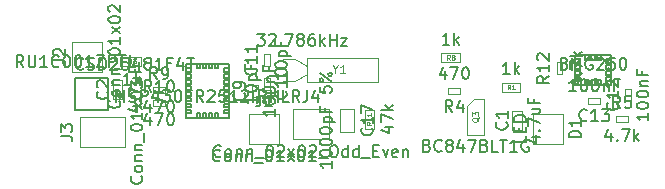
<source format=gbr>
G04 #@! TF.GenerationSoftware,KiCad,Pcbnew,5.0.0*
G04 #@! TF.CreationDate,2018-09-03T16:34:48-04:00*
G04 #@! TF.ProjectId,controller,636F6E74726F6C6C65722E6B69636164,rev?*
G04 #@! TF.SameCoordinates,Original*
G04 #@! TF.FileFunction,Other,Fab,Top*
%FSLAX46Y46*%
G04 Gerber Fmt 4.6, Leading zero omitted, Abs format (unit mm)*
G04 Created by KiCad (PCBNEW 5.0.0) date Mon Sep  3 16:34:48 2018*
%MOMM*%
%LPD*%
G01*
G04 APERTURE LIST*
%ADD10C,0.100000*%
%ADD11C,0.150000*%
%ADD12C,0.105000*%
%ADD13C,0.075000*%
G04 APERTURE END LIST*
D10*
G04 #@! TO.C,C13*
X73050000Y-55900000D02*
X72050000Y-55900000D01*
X72050000Y-55900000D02*
X72050000Y-55400000D01*
X72050000Y-55400000D02*
X73050000Y-55400000D01*
X73050000Y-55400000D02*
X73050000Y-55900000D01*
G04 #@! TO.C,C12*
X75650000Y-55650000D02*
X75150000Y-55650000D01*
X75650000Y-54650000D02*
X75650000Y-55650000D01*
X75150000Y-54650000D02*
X75650000Y-54650000D01*
X75150000Y-55650000D02*
X75150000Y-54650000D01*
G04 #@! TO.C,C11*
X44550000Y-52700000D02*
X44550000Y-51700000D01*
X44550000Y-51700000D02*
X45050000Y-51700000D01*
X45050000Y-51700000D02*
X45050000Y-52700000D01*
X45050000Y-52700000D02*
X44550000Y-52700000D01*
G04 #@! TO.C,C10*
X44550000Y-53700000D02*
X45050000Y-53700000D01*
X44550000Y-54700000D02*
X44550000Y-53700000D01*
X45050000Y-54700000D02*
X44550000Y-54700000D01*
X45050000Y-53700000D02*
X45050000Y-54700000D01*
G04 #@! TO.C,C9*
X43550000Y-55300000D02*
X43550000Y-54300000D01*
X43550000Y-54300000D02*
X44050000Y-54300000D01*
X44050000Y-54300000D02*
X44050000Y-55300000D01*
X44050000Y-55300000D02*
X43550000Y-55300000D01*
G04 #@! TO.C,C1*
X65600000Y-58100000D02*
X65600000Y-56500000D01*
X65600000Y-56500000D02*
X66400000Y-56500000D01*
X66400000Y-56500000D02*
X66400000Y-58100000D01*
X66400000Y-58100000D02*
X65600000Y-58100000D01*
G04 #@! TO.C,C2*
X32600000Y-55500000D02*
X31800000Y-55500000D01*
X32600000Y-53900000D02*
X32600000Y-55500000D01*
X31800000Y-53900000D02*
X32600000Y-53900000D01*
X31800000Y-55500000D02*
X31800000Y-53900000D01*
G04 #@! TO.C,C17*
X50980000Y-56300000D02*
X52220000Y-56300000D01*
X50980000Y-58300000D02*
X50980000Y-56300000D01*
X52220000Y-58300000D02*
X50980000Y-58300000D01*
X52220000Y-56300000D02*
X52220000Y-58300000D01*
G04 #@! TO.C,Y1*
X47200000Y-52100000D02*
X46200000Y-52100000D01*
X48200000Y-52700000D02*
X47200000Y-52100000D01*
X47200000Y-54000000D02*
X46200000Y-54000000D01*
X48200000Y-53400000D02*
X47200000Y-54000000D01*
X48200000Y-52050000D02*
X48200000Y-54050000D01*
X54200000Y-52050000D02*
X48200000Y-52050000D01*
X54200000Y-54050000D02*
X54200000Y-52050000D01*
X48200000Y-54050000D02*
X54200000Y-54050000D01*
G04 #@! TO.C,R5*
X74400000Y-56900000D02*
X75400000Y-56900000D01*
X75400000Y-56900000D02*
X75400000Y-57400000D01*
X75400000Y-57400000D02*
X74400000Y-57400000D01*
X74400000Y-57400000D02*
X74400000Y-56900000D01*
G04 #@! TO.C,R10*
X35200000Y-56050000D02*
X35200000Y-55550000D01*
X36200000Y-56050000D02*
X35200000Y-56050000D01*
X36200000Y-55550000D02*
X36200000Y-56050000D01*
X35200000Y-55550000D02*
X36200000Y-55550000D01*
G04 #@! TO.C,R12*
X69350000Y-53400000D02*
X69350000Y-52400000D01*
X69350000Y-52400000D02*
X69850000Y-52400000D01*
X69850000Y-52400000D02*
X69850000Y-53400000D01*
X69850000Y-53400000D02*
X69350000Y-53400000D01*
G04 #@! TO.C,R4*
X61200000Y-54550000D02*
X61200000Y-55050000D01*
X60200000Y-54550000D02*
X61200000Y-54550000D01*
X60200000Y-55050000D02*
X60200000Y-54550000D01*
X61200000Y-55050000D02*
X60200000Y-55050000D01*
G04 #@! TO.C,R9*
X35200000Y-54950000D02*
X35200000Y-54450000D01*
X36200000Y-54950000D02*
X35200000Y-54950000D01*
X36200000Y-54450000D02*
X36200000Y-54950000D01*
X35200000Y-54450000D02*
X36200000Y-54450000D01*
G04 #@! TO.C,R1*
X66300000Y-54900000D02*
X64700000Y-54900000D01*
X64700000Y-54900000D02*
X64700000Y-54100000D01*
X64700000Y-54100000D02*
X66300000Y-54100000D01*
X66300000Y-54100000D02*
X66300000Y-54900000D01*
G04 #@! TO.C,R3*
X32600000Y-51900000D02*
X34200000Y-51900000D01*
X34200000Y-51900000D02*
X34200000Y-52700000D01*
X34200000Y-52700000D02*
X32600000Y-52700000D01*
X32600000Y-52700000D02*
X32600000Y-51900000D01*
G04 #@! TO.C,R8*
X61200000Y-51600000D02*
X61200000Y-52400000D01*
X59600000Y-51600000D02*
X61200000Y-51600000D01*
X59600000Y-52400000D02*
X59600000Y-51600000D01*
X61200000Y-52400000D02*
X59600000Y-52400000D01*
G04 #@! TO.C,R11*
X53100000Y-58000000D02*
X53100000Y-56400000D01*
X53100000Y-56400000D02*
X53900000Y-56400000D01*
X53900000Y-56400000D02*
X53900000Y-58000000D01*
X53900000Y-58000000D02*
X53100000Y-58000000D01*
G04 #@! TO.C,J1*
X45870000Y-56730000D02*
X43330000Y-56730000D01*
X45870000Y-59270000D02*
X45870000Y-56730000D01*
X43330000Y-59270000D02*
X45870000Y-59270000D01*
X43330000Y-56730000D02*
X43330000Y-59270000D01*
G04 #@! TO.C,J2*
X28365000Y-53170000D02*
X30905000Y-53170000D01*
X30905000Y-53170000D02*
X30905000Y-50630000D01*
X30905000Y-50630000D02*
X28365000Y-50630000D01*
X28365000Y-50630000D02*
X28365000Y-53170000D01*
G04 #@! TO.C,D1*
X69885000Y-59270000D02*
X69885000Y-56730000D01*
X67345000Y-59270000D02*
X69885000Y-59270000D01*
X67345000Y-56730000D02*
X67345000Y-59270000D01*
X69885000Y-56730000D02*
X67345000Y-56730000D01*
G04 #@! TO.C,J3*
X28965000Y-57030000D02*
X28965000Y-59570000D01*
X32775000Y-57030000D02*
X28965000Y-57030000D01*
X32775000Y-59570000D02*
X32775000Y-57030000D01*
X28965000Y-59570000D02*
X32775000Y-59570000D01*
G04 #@! TO.C,J4*
X50090000Y-56365000D02*
X47040000Y-56365000D01*
X50090000Y-58905000D02*
X50090000Y-56365000D01*
X47040000Y-58905000D02*
X50090000Y-58905000D01*
X47040000Y-56365000D02*
X47040000Y-58905000D01*
G04 #@! TO.C,Q3*
X61800000Y-58520000D02*
X63200000Y-58520000D01*
X63200000Y-55480000D02*
X63200000Y-58520000D01*
X61800000Y-56050000D02*
X62350000Y-55480000D01*
X62350000Y-55480000D02*
X63200000Y-55480000D01*
X61800000Y-56050000D02*
X61800000Y-58500000D01*
D11*
G04 #@! TO.C,U4*
X70900000Y-51750000D02*
X74000000Y-51750000D01*
X74000000Y-51750000D02*
X74000000Y-54350000D01*
X74000000Y-54350000D02*
X70900000Y-54350000D01*
X70900000Y-54350000D02*
X70900000Y-51750000D01*
X70900000Y-52125000D02*
X71375000Y-52125000D01*
X71375000Y-52125000D02*
X71375000Y-52475000D01*
X71375000Y-52475000D02*
X70900000Y-52475000D01*
X70900000Y-52625000D02*
X71375000Y-52625000D01*
X71375000Y-52625000D02*
X71375000Y-52975000D01*
X71375000Y-52975000D02*
X70900000Y-52975000D01*
X70900000Y-53125000D02*
X71375000Y-53125000D01*
X71375000Y-53125000D02*
X71375000Y-53475000D01*
X71375000Y-53475000D02*
X70900000Y-53475000D01*
X70900000Y-53625000D02*
X71375000Y-53625000D01*
X71375000Y-53625000D02*
X71375000Y-53975000D01*
X71375000Y-53975000D02*
X70900000Y-53975000D01*
X71775000Y-54350000D02*
X71775000Y-53875000D01*
X71775000Y-53875000D02*
X72125000Y-53875000D01*
X72125000Y-53875000D02*
X72125000Y-54350000D01*
X72275000Y-54350000D02*
X72275000Y-53875000D01*
X72275000Y-53875000D02*
X72625000Y-53875000D01*
X72625000Y-53875000D02*
X72625000Y-54350000D01*
X72775000Y-54350000D02*
X72775000Y-53875000D01*
X72775000Y-53875000D02*
X73125000Y-53875000D01*
X73125000Y-53875000D02*
X73125000Y-54350000D01*
X74000000Y-53975000D02*
X73525000Y-53975000D01*
X73525000Y-53975000D02*
X73525000Y-53625000D01*
X73525000Y-53625000D02*
X74000000Y-53625000D01*
X74000000Y-53475000D02*
X73525000Y-53475000D01*
X73525000Y-53475000D02*
X73525000Y-53125000D01*
X73525000Y-53125000D02*
X74000000Y-53125000D01*
X74000000Y-52975000D02*
X73525000Y-52975000D01*
X73525000Y-52975000D02*
X73525000Y-52625000D01*
X73525000Y-52625000D02*
X74000000Y-52625000D01*
X74000000Y-52475000D02*
X73525000Y-52475000D01*
X73525000Y-52475000D02*
X73525000Y-52125000D01*
X73525000Y-52125000D02*
X74000000Y-52125000D01*
X73125000Y-51750000D02*
X73125000Y-52225000D01*
X73125000Y-52225000D02*
X72775000Y-52225000D01*
X72775000Y-52225000D02*
X72775000Y-51750000D01*
X72625000Y-51750000D02*
X72625000Y-52225000D01*
X72625000Y-52225000D02*
X72275000Y-52225000D01*
X72275000Y-52225000D02*
X72275000Y-51750000D01*
X72125000Y-51750000D02*
X72125000Y-52225000D01*
X72125000Y-52225000D02*
X71775000Y-52225000D01*
X71775000Y-52225000D02*
X71775000Y-51750000D01*
G04 #@! TO.C,Q1*
X28600000Y-56450000D02*
X28600000Y-53750000D01*
X31400000Y-56450000D02*
X28600000Y-56450000D01*
X31400000Y-53750000D02*
X31400000Y-56450000D01*
X28600000Y-53750000D02*
X31400000Y-53750000D01*
G04 #@! TO.C,U3*
X41600000Y-57100000D02*
X38000000Y-57100000D01*
X38000000Y-57100000D02*
X38000000Y-52500000D01*
X38000000Y-52500000D02*
X41600000Y-52500000D01*
X41600000Y-52500000D02*
X41600000Y-57100000D01*
X41600000Y-56700000D02*
X41200000Y-56700000D01*
X41200000Y-56700000D02*
X41200000Y-56400000D01*
X41200000Y-56400000D02*
X41600000Y-56400000D01*
X41600000Y-56200000D02*
X41200000Y-56200000D01*
X41200000Y-56200000D02*
X41200000Y-55900000D01*
X41200000Y-55900000D02*
X41600000Y-55900000D01*
X41600000Y-55700000D02*
X41200000Y-55700000D01*
X41200000Y-55700000D02*
X41200000Y-55400000D01*
X41200000Y-55400000D02*
X41600000Y-55400000D01*
X41600000Y-55200000D02*
X41200000Y-55200000D01*
X41200000Y-55200000D02*
X41200000Y-54900000D01*
X41200000Y-54900000D02*
X41600000Y-54900000D01*
X41600000Y-54700000D02*
X41200000Y-54700000D01*
X41200000Y-54700000D02*
X41200000Y-54400000D01*
X41200000Y-54400000D02*
X41600000Y-54400000D01*
X41600000Y-54200000D02*
X41200000Y-54200000D01*
X41200000Y-54200000D02*
X41200000Y-53900000D01*
X41200000Y-53900000D02*
X41600000Y-53900000D01*
X41600000Y-53700000D02*
X41200000Y-53700000D01*
X41200000Y-53700000D02*
X41200000Y-53400000D01*
X41200000Y-53400000D02*
X41600000Y-53400000D01*
X41600000Y-53200000D02*
X41200000Y-53200000D01*
X41200000Y-53200000D02*
X41200000Y-52900000D01*
X41200000Y-52900000D02*
X41600000Y-52900000D01*
X40700000Y-52500000D02*
X40700000Y-52900000D01*
X40700000Y-52900000D02*
X40400000Y-52900000D01*
X40400000Y-52900000D02*
X40400000Y-52500000D01*
X40200000Y-52500000D02*
X40200000Y-52900000D01*
X40200000Y-52900000D02*
X39900000Y-52900000D01*
X39900000Y-52900000D02*
X39900000Y-52500000D01*
X39700000Y-52500000D02*
X39700000Y-52900000D01*
X39700000Y-52900000D02*
X39400000Y-52900000D01*
X39400000Y-52900000D02*
X39400000Y-52500000D01*
X39200000Y-52500000D02*
X39200000Y-52900000D01*
X39200000Y-52900000D02*
X38900000Y-52900000D01*
X38900000Y-52900000D02*
X38900000Y-52500000D01*
X38000000Y-52900000D02*
X38400000Y-52900000D01*
X38400000Y-52900000D02*
X38400000Y-53200000D01*
X38400000Y-53200000D02*
X38000000Y-53200000D01*
X38000000Y-53400000D02*
X38400000Y-53400000D01*
X38400000Y-53400000D02*
X38400000Y-53700000D01*
X38400000Y-53700000D02*
X38000000Y-53700000D01*
X38000000Y-53900000D02*
X38400000Y-53900000D01*
X38400000Y-53900000D02*
X38400000Y-54200000D01*
X38400000Y-54200000D02*
X38000000Y-54200000D01*
X38000000Y-54400000D02*
X38400000Y-54400000D01*
X38400000Y-54400000D02*
X38400000Y-54700000D01*
X38400000Y-54700000D02*
X38000000Y-54700000D01*
X38000000Y-54900000D02*
X38400000Y-54900000D01*
X38400000Y-54900000D02*
X38400000Y-55200000D01*
X38400000Y-55200000D02*
X38000000Y-55200000D01*
X38000000Y-55400000D02*
X38400000Y-55400000D01*
X38400000Y-55400000D02*
X38400000Y-55700000D01*
X38400000Y-55700000D02*
X38000000Y-55700000D01*
X38000000Y-55900000D02*
X38400000Y-55900000D01*
X38400000Y-55900000D02*
X38400000Y-56200000D01*
X38400000Y-56200000D02*
X38000000Y-56200000D01*
X38000000Y-56400000D02*
X38400000Y-56400000D01*
X38400000Y-56400000D02*
X38400000Y-56700000D01*
X38400000Y-56700000D02*
X38000000Y-56700000D01*
X38900000Y-57100000D02*
X38900000Y-56700000D01*
X38900000Y-56700000D02*
X39200000Y-56700000D01*
X39200000Y-56700000D02*
X39200000Y-57100000D01*
X39400000Y-57100000D02*
X39400000Y-56700000D01*
X39400000Y-56700000D02*
X39700000Y-56700000D01*
X39700000Y-56700000D02*
X39700000Y-57100000D01*
X39900000Y-57100000D02*
X39900000Y-56700000D01*
X39900000Y-56700000D02*
X40200000Y-56700000D01*
X40200000Y-56700000D02*
X40200000Y-57100000D01*
X40400000Y-57100000D02*
X40400000Y-56700000D01*
X40400000Y-56700000D02*
X40700000Y-56700000D01*
X40700000Y-56700000D02*
X40700000Y-57100000D01*
G04 #@! TD*
G04 #@! TO.C,C13*
X71002380Y-54832380D02*
X70430952Y-54832380D01*
X70716666Y-54832380D02*
X70716666Y-53832380D01*
X70621428Y-53975238D01*
X70526190Y-54070476D01*
X70430952Y-54118095D01*
X71621428Y-53832380D02*
X71716666Y-53832380D01*
X71811904Y-53880000D01*
X71859523Y-53927619D01*
X71907142Y-54022857D01*
X71954761Y-54213333D01*
X71954761Y-54451428D01*
X71907142Y-54641904D01*
X71859523Y-54737142D01*
X71811904Y-54784761D01*
X71716666Y-54832380D01*
X71621428Y-54832380D01*
X71526190Y-54784761D01*
X71478571Y-54737142D01*
X71430952Y-54641904D01*
X71383333Y-54451428D01*
X71383333Y-54213333D01*
X71430952Y-54022857D01*
X71478571Y-53927619D01*
X71526190Y-53880000D01*
X71621428Y-53832380D01*
X72573809Y-53832380D02*
X72669047Y-53832380D01*
X72764285Y-53880000D01*
X72811904Y-53927619D01*
X72859523Y-54022857D01*
X72907142Y-54213333D01*
X72907142Y-54451428D01*
X72859523Y-54641904D01*
X72811904Y-54737142D01*
X72764285Y-54784761D01*
X72669047Y-54832380D01*
X72573809Y-54832380D01*
X72478571Y-54784761D01*
X72430952Y-54737142D01*
X72383333Y-54641904D01*
X72335714Y-54451428D01*
X72335714Y-54213333D01*
X72383333Y-54022857D01*
X72430952Y-53927619D01*
X72478571Y-53880000D01*
X72573809Y-53832380D01*
X73335714Y-54165714D02*
X73335714Y-54832380D01*
X73335714Y-54260952D02*
X73383333Y-54213333D01*
X73478571Y-54165714D01*
X73621428Y-54165714D01*
X73716666Y-54213333D01*
X73764285Y-54308571D01*
X73764285Y-54832380D01*
X74573809Y-54308571D02*
X74240476Y-54308571D01*
X74240476Y-54832380D02*
X74240476Y-53832380D01*
X74716666Y-53832380D01*
X71907142Y-57277142D02*
X71859523Y-57324761D01*
X71716666Y-57372380D01*
X71621428Y-57372380D01*
X71478571Y-57324761D01*
X71383333Y-57229523D01*
X71335714Y-57134285D01*
X71288095Y-56943809D01*
X71288095Y-56800952D01*
X71335714Y-56610476D01*
X71383333Y-56515238D01*
X71478571Y-56420000D01*
X71621428Y-56372380D01*
X71716666Y-56372380D01*
X71859523Y-56420000D01*
X71907142Y-56467619D01*
X72859523Y-57372380D02*
X72288095Y-57372380D01*
X72573809Y-57372380D02*
X72573809Y-56372380D01*
X72478571Y-56515238D01*
X72383333Y-56610476D01*
X72288095Y-56658095D01*
X73192857Y-56372380D02*
X73811904Y-56372380D01*
X73478571Y-56753333D01*
X73621428Y-56753333D01*
X73716666Y-56800952D01*
X73764285Y-56848571D01*
X73811904Y-56943809D01*
X73811904Y-57181904D01*
X73764285Y-57277142D01*
X73716666Y-57324761D01*
X73621428Y-57372380D01*
X73335714Y-57372380D01*
X73240476Y-57324761D01*
X73192857Y-57277142D01*
G04 #@! TO.C,C12*
X77122380Y-56697619D02*
X77122380Y-57269047D01*
X77122380Y-56983333D02*
X76122380Y-56983333D01*
X76265238Y-57078571D01*
X76360476Y-57173809D01*
X76408095Y-57269047D01*
X76122380Y-56078571D02*
X76122380Y-55983333D01*
X76170000Y-55888095D01*
X76217619Y-55840476D01*
X76312857Y-55792857D01*
X76503333Y-55745238D01*
X76741428Y-55745238D01*
X76931904Y-55792857D01*
X77027142Y-55840476D01*
X77074761Y-55888095D01*
X77122380Y-55983333D01*
X77122380Y-56078571D01*
X77074761Y-56173809D01*
X77027142Y-56221428D01*
X76931904Y-56269047D01*
X76741428Y-56316666D01*
X76503333Y-56316666D01*
X76312857Y-56269047D01*
X76217619Y-56221428D01*
X76170000Y-56173809D01*
X76122380Y-56078571D01*
X76122380Y-55126190D02*
X76122380Y-55030952D01*
X76170000Y-54935714D01*
X76217619Y-54888095D01*
X76312857Y-54840476D01*
X76503333Y-54792857D01*
X76741428Y-54792857D01*
X76931904Y-54840476D01*
X77027142Y-54888095D01*
X77074761Y-54935714D01*
X77122380Y-55030952D01*
X77122380Y-55126190D01*
X77074761Y-55221428D01*
X77027142Y-55269047D01*
X76931904Y-55316666D01*
X76741428Y-55364285D01*
X76503333Y-55364285D01*
X76312857Y-55316666D01*
X76217619Y-55269047D01*
X76170000Y-55221428D01*
X76122380Y-55126190D01*
X76455714Y-54364285D02*
X77122380Y-54364285D01*
X76550952Y-54364285D02*
X76503333Y-54316666D01*
X76455714Y-54221428D01*
X76455714Y-54078571D01*
X76503333Y-53983333D01*
X76598571Y-53935714D01*
X77122380Y-53935714D01*
X76598571Y-53126190D02*
X76598571Y-53459523D01*
X77122380Y-53459523D02*
X76122380Y-53459523D01*
X76122380Y-52983333D01*
X74487142Y-55792857D02*
X74534761Y-55840476D01*
X74582380Y-55983333D01*
X74582380Y-56078571D01*
X74534761Y-56221428D01*
X74439523Y-56316666D01*
X74344285Y-56364285D01*
X74153809Y-56411904D01*
X74010952Y-56411904D01*
X73820476Y-56364285D01*
X73725238Y-56316666D01*
X73630000Y-56221428D01*
X73582380Y-56078571D01*
X73582380Y-55983333D01*
X73630000Y-55840476D01*
X73677619Y-55792857D01*
X74582380Y-54840476D02*
X74582380Y-55411904D01*
X74582380Y-55126190D02*
X73582380Y-55126190D01*
X73725238Y-55221428D01*
X73820476Y-55316666D01*
X73868095Y-55411904D01*
X73677619Y-54459523D02*
X73630000Y-54411904D01*
X73582380Y-54316666D01*
X73582380Y-54078571D01*
X73630000Y-53983333D01*
X73677619Y-53935714D01*
X73772857Y-53888095D01*
X73868095Y-53888095D01*
X74010952Y-53935714D01*
X74582380Y-54507142D01*
X74582380Y-53888095D01*
G04 #@! TO.C,C11*
X46522380Y-53271428D02*
X46522380Y-53842857D01*
X46522380Y-53557142D02*
X45522380Y-53557142D01*
X45665238Y-53652380D01*
X45760476Y-53747619D01*
X45808095Y-53842857D01*
X45522380Y-52652380D02*
X45522380Y-52557142D01*
X45570000Y-52461904D01*
X45617619Y-52414285D01*
X45712857Y-52366666D01*
X45903333Y-52319047D01*
X46141428Y-52319047D01*
X46331904Y-52366666D01*
X46427142Y-52414285D01*
X46474761Y-52461904D01*
X46522380Y-52557142D01*
X46522380Y-52652380D01*
X46474761Y-52747619D01*
X46427142Y-52795238D01*
X46331904Y-52842857D01*
X46141428Y-52890476D01*
X45903333Y-52890476D01*
X45712857Y-52842857D01*
X45617619Y-52795238D01*
X45570000Y-52747619D01*
X45522380Y-52652380D01*
X45855714Y-51890476D02*
X46855714Y-51890476D01*
X45903333Y-51890476D02*
X45855714Y-51795238D01*
X45855714Y-51604761D01*
X45903333Y-51509523D01*
X45950952Y-51461904D01*
X46046190Y-51414285D01*
X46331904Y-51414285D01*
X46427142Y-51461904D01*
X46474761Y-51509523D01*
X46522380Y-51604761D01*
X46522380Y-51795238D01*
X46474761Y-51890476D01*
X45998571Y-50652380D02*
X45998571Y-50985714D01*
X46522380Y-50985714D02*
X45522380Y-50985714D01*
X45522380Y-50509523D01*
X43887142Y-52842857D02*
X43934761Y-52890476D01*
X43982380Y-53033333D01*
X43982380Y-53128571D01*
X43934761Y-53271428D01*
X43839523Y-53366666D01*
X43744285Y-53414285D01*
X43553809Y-53461904D01*
X43410952Y-53461904D01*
X43220476Y-53414285D01*
X43125238Y-53366666D01*
X43030000Y-53271428D01*
X42982380Y-53128571D01*
X42982380Y-53033333D01*
X43030000Y-52890476D01*
X43077619Y-52842857D01*
X43982380Y-51890476D02*
X43982380Y-52461904D01*
X43982380Y-52176190D02*
X42982380Y-52176190D01*
X43125238Y-52271428D01*
X43220476Y-52366666D01*
X43268095Y-52461904D01*
X43982380Y-50938095D02*
X43982380Y-51509523D01*
X43982380Y-51223809D02*
X42982380Y-51223809D01*
X43125238Y-51319047D01*
X43220476Y-51414285D01*
X43268095Y-51509523D01*
G04 #@! TO.C,C10*
X43982380Y-55271428D02*
X43982380Y-55842857D01*
X43982380Y-55557142D02*
X42982380Y-55557142D01*
X43125238Y-55652380D01*
X43220476Y-55747619D01*
X43268095Y-55842857D01*
X42982380Y-54652380D02*
X42982380Y-54557142D01*
X43030000Y-54461904D01*
X43077619Y-54414285D01*
X43172857Y-54366666D01*
X43363333Y-54319047D01*
X43601428Y-54319047D01*
X43791904Y-54366666D01*
X43887142Y-54414285D01*
X43934761Y-54461904D01*
X43982380Y-54557142D01*
X43982380Y-54652380D01*
X43934761Y-54747619D01*
X43887142Y-54795238D01*
X43791904Y-54842857D01*
X43601428Y-54890476D01*
X43363333Y-54890476D01*
X43172857Y-54842857D01*
X43077619Y-54795238D01*
X43030000Y-54747619D01*
X42982380Y-54652380D01*
X43315714Y-53890476D02*
X44315714Y-53890476D01*
X43363333Y-53890476D02*
X43315714Y-53795238D01*
X43315714Y-53604761D01*
X43363333Y-53509523D01*
X43410952Y-53461904D01*
X43506190Y-53414285D01*
X43791904Y-53414285D01*
X43887142Y-53461904D01*
X43934761Y-53509523D01*
X43982380Y-53604761D01*
X43982380Y-53795238D01*
X43934761Y-53890476D01*
X43458571Y-52652380D02*
X43458571Y-52985714D01*
X43982380Y-52985714D02*
X42982380Y-52985714D01*
X42982380Y-52509523D01*
X46427142Y-54842857D02*
X46474761Y-54890476D01*
X46522380Y-55033333D01*
X46522380Y-55128571D01*
X46474761Y-55271428D01*
X46379523Y-55366666D01*
X46284285Y-55414285D01*
X46093809Y-55461904D01*
X45950952Y-55461904D01*
X45760476Y-55414285D01*
X45665238Y-55366666D01*
X45570000Y-55271428D01*
X45522380Y-55128571D01*
X45522380Y-55033333D01*
X45570000Y-54890476D01*
X45617619Y-54842857D01*
X46522380Y-53890476D02*
X46522380Y-54461904D01*
X46522380Y-54176190D02*
X45522380Y-54176190D01*
X45665238Y-54271428D01*
X45760476Y-54366666D01*
X45808095Y-54461904D01*
X45522380Y-53271428D02*
X45522380Y-53176190D01*
X45570000Y-53080952D01*
X45617619Y-53033333D01*
X45712857Y-52985714D01*
X45903333Y-52938095D01*
X46141428Y-52938095D01*
X46331904Y-52985714D01*
X46427142Y-53033333D01*
X46474761Y-53080952D01*
X46522380Y-53176190D01*
X46522380Y-53271428D01*
X46474761Y-53366666D01*
X46427142Y-53414285D01*
X46331904Y-53461904D01*
X46141428Y-53509523D01*
X45903333Y-53509523D01*
X45712857Y-53461904D01*
X45617619Y-53414285D01*
X45570000Y-53366666D01*
X45522380Y-53271428D01*
G04 #@! TO.C,C9*
X45522380Y-56347619D02*
X45522380Y-56919047D01*
X45522380Y-56633333D02*
X44522380Y-56633333D01*
X44665238Y-56728571D01*
X44760476Y-56823809D01*
X44808095Y-56919047D01*
X44522380Y-55728571D02*
X44522380Y-55633333D01*
X44570000Y-55538095D01*
X44617619Y-55490476D01*
X44712857Y-55442857D01*
X44903333Y-55395238D01*
X45141428Y-55395238D01*
X45331904Y-55442857D01*
X45427142Y-55490476D01*
X45474761Y-55538095D01*
X45522380Y-55633333D01*
X45522380Y-55728571D01*
X45474761Y-55823809D01*
X45427142Y-55871428D01*
X45331904Y-55919047D01*
X45141428Y-55966666D01*
X44903333Y-55966666D01*
X44712857Y-55919047D01*
X44617619Y-55871428D01*
X44570000Y-55823809D01*
X44522380Y-55728571D01*
X44522380Y-54776190D02*
X44522380Y-54680952D01*
X44570000Y-54585714D01*
X44617619Y-54538095D01*
X44712857Y-54490476D01*
X44903333Y-54442857D01*
X45141428Y-54442857D01*
X45331904Y-54490476D01*
X45427142Y-54538095D01*
X45474761Y-54585714D01*
X45522380Y-54680952D01*
X45522380Y-54776190D01*
X45474761Y-54871428D01*
X45427142Y-54919047D01*
X45331904Y-54966666D01*
X45141428Y-55014285D01*
X44903333Y-55014285D01*
X44712857Y-54966666D01*
X44617619Y-54919047D01*
X44570000Y-54871428D01*
X44522380Y-54776190D01*
X44855714Y-54014285D02*
X45522380Y-54014285D01*
X44950952Y-54014285D02*
X44903333Y-53966666D01*
X44855714Y-53871428D01*
X44855714Y-53728571D01*
X44903333Y-53633333D01*
X44998571Y-53585714D01*
X45522380Y-53585714D01*
X44998571Y-52776190D02*
X44998571Y-53109523D01*
X45522380Y-53109523D02*
X44522380Y-53109523D01*
X44522380Y-52633333D01*
X42887142Y-54966666D02*
X42934761Y-55014285D01*
X42982380Y-55157142D01*
X42982380Y-55252380D01*
X42934761Y-55395238D01*
X42839523Y-55490476D01*
X42744285Y-55538095D01*
X42553809Y-55585714D01*
X42410952Y-55585714D01*
X42220476Y-55538095D01*
X42125238Y-55490476D01*
X42030000Y-55395238D01*
X41982380Y-55252380D01*
X41982380Y-55157142D01*
X42030000Y-55014285D01*
X42077619Y-54966666D01*
X42982380Y-54490476D02*
X42982380Y-54300000D01*
X42934761Y-54204761D01*
X42887142Y-54157142D01*
X42744285Y-54061904D01*
X42553809Y-54014285D01*
X42172857Y-54014285D01*
X42077619Y-54061904D01*
X42030000Y-54109523D01*
X41982380Y-54204761D01*
X41982380Y-54395238D01*
X42030000Y-54490476D01*
X42077619Y-54538095D01*
X42172857Y-54585714D01*
X42410952Y-54585714D01*
X42506190Y-54538095D01*
X42553809Y-54490476D01*
X42601428Y-54395238D01*
X42601428Y-54204761D01*
X42553809Y-54109523D01*
X42506190Y-54061904D01*
X42410952Y-54014285D01*
G04 #@! TO.C,C1*
X67285714Y-58704761D02*
X67952380Y-58704761D01*
X66904761Y-58942857D02*
X67619047Y-59180952D01*
X67619047Y-58561904D01*
X67857142Y-58180952D02*
X67904761Y-58133333D01*
X67952380Y-58180952D01*
X67904761Y-58228571D01*
X67857142Y-58180952D01*
X67952380Y-58180952D01*
X66952380Y-57799999D02*
X66952380Y-57133333D01*
X67952380Y-57561904D01*
X67285714Y-56323809D02*
X67952380Y-56323809D01*
X67285714Y-56752380D02*
X67809523Y-56752380D01*
X67904761Y-56704761D01*
X67952380Y-56609523D01*
X67952380Y-56466666D01*
X67904761Y-56371428D01*
X67857142Y-56323809D01*
X67428571Y-55514285D02*
X67428571Y-55847619D01*
X67952380Y-55847619D02*
X66952380Y-55847619D01*
X66952380Y-55371428D01*
X65107142Y-57466666D02*
X65154761Y-57514285D01*
X65202380Y-57657142D01*
X65202380Y-57752380D01*
X65154761Y-57895238D01*
X65059523Y-57990476D01*
X64964285Y-58038095D01*
X64773809Y-58085714D01*
X64630952Y-58085714D01*
X64440476Y-58038095D01*
X64345238Y-57990476D01*
X64250000Y-57895238D01*
X64202380Y-57752380D01*
X64202380Y-57657142D01*
X64250000Y-57514285D01*
X64297619Y-57466666D01*
X65202380Y-56514285D02*
X65202380Y-57085714D01*
X65202380Y-56800000D02*
X64202380Y-56800000D01*
X64345238Y-56895238D01*
X64440476Y-56990476D01*
X64488095Y-57085714D01*
G04 #@! TO.C,C2*
X33485714Y-56104761D02*
X34152380Y-56104761D01*
X33104761Y-56342857D02*
X33819047Y-56580952D01*
X33819047Y-55961904D01*
X34057142Y-55580952D02*
X34104761Y-55533333D01*
X34152380Y-55580952D01*
X34104761Y-55628571D01*
X34057142Y-55580952D01*
X34152380Y-55580952D01*
X33152380Y-55200000D02*
X33152380Y-54533333D01*
X34152380Y-54961904D01*
X33485714Y-53723809D02*
X34152380Y-53723809D01*
X33485714Y-54152380D02*
X34009523Y-54152380D01*
X34104761Y-54104761D01*
X34152380Y-54009523D01*
X34152380Y-53866666D01*
X34104761Y-53771428D01*
X34057142Y-53723809D01*
X33628571Y-52914285D02*
X33628571Y-53247619D01*
X34152380Y-53247619D02*
X33152380Y-53247619D01*
X33152380Y-52771428D01*
X31307142Y-54866666D02*
X31354761Y-54914285D01*
X31402380Y-55057142D01*
X31402380Y-55152380D01*
X31354761Y-55295238D01*
X31259523Y-55390476D01*
X31164285Y-55438095D01*
X30973809Y-55485714D01*
X30830952Y-55485714D01*
X30640476Y-55438095D01*
X30545238Y-55390476D01*
X30450000Y-55295238D01*
X30402380Y-55152380D01*
X30402380Y-55057142D01*
X30450000Y-54914285D01*
X30497619Y-54866666D01*
X30497619Y-54485714D02*
X30450000Y-54438095D01*
X30402380Y-54342857D01*
X30402380Y-54104761D01*
X30450000Y-54009523D01*
X30497619Y-53961904D01*
X30592857Y-53914285D01*
X30688095Y-53914285D01*
X30830952Y-53961904D01*
X31402380Y-54533333D01*
X31402380Y-53914285D01*
G04 #@! TO.C,C17*
X50302380Y-60752380D02*
X50302380Y-61323809D01*
X50302380Y-61038095D02*
X49302380Y-61038095D01*
X49445238Y-61133333D01*
X49540476Y-61228571D01*
X49588095Y-61323809D01*
X49302380Y-60133333D02*
X49302380Y-60038095D01*
X49350000Y-59942857D01*
X49397619Y-59895238D01*
X49492857Y-59847619D01*
X49683333Y-59800000D01*
X49921428Y-59800000D01*
X50111904Y-59847619D01*
X50207142Y-59895238D01*
X50254761Y-59942857D01*
X50302380Y-60038095D01*
X50302380Y-60133333D01*
X50254761Y-60228571D01*
X50207142Y-60276190D01*
X50111904Y-60323809D01*
X49921428Y-60371428D01*
X49683333Y-60371428D01*
X49492857Y-60323809D01*
X49397619Y-60276190D01*
X49350000Y-60228571D01*
X49302380Y-60133333D01*
X49302380Y-59180952D02*
X49302380Y-59085714D01*
X49350000Y-58990476D01*
X49397619Y-58942857D01*
X49492857Y-58895238D01*
X49683333Y-58847619D01*
X49921428Y-58847619D01*
X50111904Y-58895238D01*
X50207142Y-58942857D01*
X50254761Y-58990476D01*
X50302380Y-59085714D01*
X50302380Y-59180952D01*
X50254761Y-59276190D01*
X50207142Y-59323809D01*
X50111904Y-59371428D01*
X49921428Y-59419047D01*
X49683333Y-59419047D01*
X49492857Y-59371428D01*
X49397619Y-59323809D01*
X49350000Y-59276190D01*
X49302380Y-59180952D01*
X49302380Y-58228571D02*
X49302380Y-58133333D01*
X49350000Y-58038095D01*
X49397619Y-57990476D01*
X49492857Y-57942857D01*
X49683333Y-57895238D01*
X49921428Y-57895238D01*
X50111904Y-57942857D01*
X50207142Y-57990476D01*
X50254761Y-58038095D01*
X50302380Y-58133333D01*
X50302380Y-58228571D01*
X50254761Y-58323809D01*
X50207142Y-58371428D01*
X50111904Y-58419047D01*
X49921428Y-58466666D01*
X49683333Y-58466666D01*
X49492857Y-58419047D01*
X49397619Y-58371428D01*
X49350000Y-58323809D01*
X49302380Y-58228571D01*
X49635714Y-57466666D02*
X50635714Y-57466666D01*
X49683333Y-57466666D02*
X49635714Y-57371428D01*
X49635714Y-57180952D01*
X49683333Y-57085714D01*
X49730952Y-57038095D01*
X49826190Y-56990476D01*
X50111904Y-56990476D01*
X50207142Y-57038095D01*
X50254761Y-57085714D01*
X50302380Y-57180952D01*
X50302380Y-57371428D01*
X50254761Y-57466666D01*
X49778571Y-56228571D02*
X49778571Y-56561904D01*
X50302380Y-56561904D02*
X49302380Y-56561904D01*
X49302380Y-56085714D01*
X49302380Y-54466666D02*
X49302380Y-54942857D01*
X49778571Y-54990476D01*
X49730952Y-54942857D01*
X49683333Y-54847619D01*
X49683333Y-54609523D01*
X49730952Y-54514285D01*
X49778571Y-54466666D01*
X49873809Y-54419047D01*
X50111904Y-54419047D01*
X50207142Y-54466666D01*
X50254761Y-54514285D01*
X50302380Y-54609523D01*
X50302380Y-54847619D01*
X50254761Y-54942857D01*
X50207142Y-54990476D01*
X50302380Y-54038095D02*
X49302380Y-53276190D01*
X49302380Y-53895238D02*
X49350000Y-53800000D01*
X49445238Y-53752380D01*
X49540476Y-53800000D01*
X49588095Y-53895238D01*
X49540476Y-53990476D01*
X49445238Y-54038095D01*
X49350000Y-53990476D01*
X49302380Y-53895238D01*
X50254761Y-53323809D02*
X50159523Y-53276190D01*
X50064285Y-53323809D01*
X50016666Y-53419047D01*
X50064285Y-53514285D01*
X50159523Y-53561904D01*
X50254761Y-53514285D01*
X50302380Y-53419047D01*
X50254761Y-53323809D01*
X53707142Y-57942857D02*
X53754761Y-57990476D01*
X53802380Y-58133333D01*
X53802380Y-58228571D01*
X53754761Y-58371428D01*
X53659523Y-58466666D01*
X53564285Y-58514285D01*
X53373809Y-58561904D01*
X53230952Y-58561904D01*
X53040476Y-58514285D01*
X52945238Y-58466666D01*
X52850000Y-58371428D01*
X52802380Y-58228571D01*
X52802380Y-58133333D01*
X52850000Y-57990476D01*
X52897619Y-57942857D01*
X53802380Y-56990476D02*
X53802380Y-57561904D01*
X53802380Y-57276190D02*
X52802380Y-57276190D01*
X52945238Y-57371428D01*
X53040476Y-57466666D01*
X53088095Y-57561904D01*
X52802380Y-56657142D02*
X52802380Y-55990476D01*
X53802380Y-56419047D01*
G04 #@! TO.C,Y1*
X44015476Y-49982380D02*
X44634523Y-49982380D01*
X44301190Y-50363333D01*
X44444047Y-50363333D01*
X44539285Y-50410952D01*
X44586904Y-50458571D01*
X44634523Y-50553809D01*
X44634523Y-50791904D01*
X44586904Y-50887142D01*
X44539285Y-50934761D01*
X44444047Y-50982380D01*
X44158333Y-50982380D01*
X44063095Y-50934761D01*
X44015476Y-50887142D01*
X45015476Y-50077619D02*
X45063095Y-50030000D01*
X45158333Y-49982380D01*
X45396428Y-49982380D01*
X45491666Y-50030000D01*
X45539285Y-50077619D01*
X45586904Y-50172857D01*
X45586904Y-50268095D01*
X45539285Y-50410952D01*
X44967857Y-50982380D01*
X45586904Y-50982380D01*
X46015476Y-50887142D02*
X46063095Y-50934761D01*
X46015476Y-50982380D01*
X45967857Y-50934761D01*
X46015476Y-50887142D01*
X46015476Y-50982380D01*
X46396428Y-49982380D02*
X47063095Y-49982380D01*
X46634523Y-50982380D01*
X47586904Y-50410952D02*
X47491666Y-50363333D01*
X47444047Y-50315714D01*
X47396428Y-50220476D01*
X47396428Y-50172857D01*
X47444047Y-50077619D01*
X47491666Y-50030000D01*
X47586904Y-49982380D01*
X47777380Y-49982380D01*
X47872619Y-50030000D01*
X47920238Y-50077619D01*
X47967857Y-50172857D01*
X47967857Y-50220476D01*
X47920238Y-50315714D01*
X47872619Y-50363333D01*
X47777380Y-50410952D01*
X47586904Y-50410952D01*
X47491666Y-50458571D01*
X47444047Y-50506190D01*
X47396428Y-50601428D01*
X47396428Y-50791904D01*
X47444047Y-50887142D01*
X47491666Y-50934761D01*
X47586904Y-50982380D01*
X47777380Y-50982380D01*
X47872619Y-50934761D01*
X47920238Y-50887142D01*
X47967857Y-50791904D01*
X47967857Y-50601428D01*
X47920238Y-50506190D01*
X47872619Y-50458571D01*
X47777380Y-50410952D01*
X48825000Y-49982380D02*
X48634523Y-49982380D01*
X48539285Y-50030000D01*
X48491666Y-50077619D01*
X48396428Y-50220476D01*
X48348809Y-50410952D01*
X48348809Y-50791904D01*
X48396428Y-50887142D01*
X48444047Y-50934761D01*
X48539285Y-50982380D01*
X48729761Y-50982380D01*
X48825000Y-50934761D01*
X48872619Y-50887142D01*
X48920238Y-50791904D01*
X48920238Y-50553809D01*
X48872619Y-50458571D01*
X48825000Y-50410952D01*
X48729761Y-50363333D01*
X48539285Y-50363333D01*
X48444047Y-50410952D01*
X48396428Y-50458571D01*
X48348809Y-50553809D01*
X49348809Y-50982380D02*
X49348809Y-49982380D01*
X49444047Y-50601428D02*
X49729761Y-50982380D01*
X49729761Y-50315714D02*
X49348809Y-50696666D01*
X50158333Y-50982380D02*
X50158333Y-49982380D01*
X50158333Y-50458571D02*
X50729761Y-50458571D01*
X50729761Y-50982380D02*
X50729761Y-49982380D01*
X51110714Y-50315714D02*
X51634523Y-50315714D01*
X51110714Y-50982380D01*
X51634523Y-50982380D01*
D12*
X50616666Y-52983333D02*
X50616666Y-53316666D01*
X50383333Y-52616666D02*
X50616666Y-52983333D01*
X50850000Y-52616666D01*
X51450000Y-53316666D02*
X51050000Y-53316666D01*
X51250000Y-53316666D02*
X51250000Y-52616666D01*
X51183333Y-52716666D01*
X51116666Y-52783333D01*
X51050000Y-52816666D01*
G04 #@! TO.C,R5*
D11*
X73971428Y-58385714D02*
X73971428Y-59052380D01*
X73733333Y-58004761D02*
X73495238Y-58719047D01*
X74114285Y-58719047D01*
X74495238Y-58957142D02*
X74542857Y-59004761D01*
X74495238Y-59052380D01*
X74447619Y-59004761D01*
X74495238Y-58957142D01*
X74495238Y-59052380D01*
X74876190Y-58052380D02*
X75542857Y-58052380D01*
X75114285Y-59052380D01*
X75923809Y-59052380D02*
X75923809Y-58052380D01*
X76019047Y-58671428D02*
X76304761Y-59052380D01*
X76304761Y-58385714D02*
X75923809Y-58766666D01*
X74733333Y-56252380D02*
X74400000Y-55776190D01*
X74161904Y-56252380D02*
X74161904Y-55252380D01*
X74542857Y-55252380D01*
X74638095Y-55300000D01*
X74685714Y-55347619D01*
X74733333Y-55442857D01*
X74733333Y-55585714D01*
X74685714Y-55680952D01*
X74638095Y-55728571D01*
X74542857Y-55776190D01*
X74161904Y-55776190D01*
X75638095Y-55252380D02*
X75161904Y-55252380D01*
X75114285Y-55728571D01*
X75161904Y-55680952D01*
X75257142Y-55633333D01*
X75495238Y-55633333D01*
X75590476Y-55680952D01*
X75638095Y-55728571D01*
X75685714Y-55823809D01*
X75685714Y-56061904D01*
X75638095Y-56157142D01*
X75590476Y-56204761D01*
X75495238Y-56252380D01*
X75257142Y-56252380D01*
X75161904Y-56204761D01*
X75114285Y-56157142D01*
G04 #@! TO.C,R10*
X34938095Y-57035714D02*
X34938095Y-57702380D01*
X34700000Y-56654761D02*
X34461904Y-57369047D01*
X35080952Y-57369047D01*
X35366666Y-56702380D02*
X36033333Y-56702380D01*
X35604761Y-57702380D01*
X36604761Y-56702380D02*
X36700000Y-56702380D01*
X36795238Y-56750000D01*
X36842857Y-56797619D01*
X36890476Y-56892857D01*
X36938095Y-57083333D01*
X36938095Y-57321428D01*
X36890476Y-57511904D01*
X36842857Y-57607142D01*
X36795238Y-57654761D01*
X36700000Y-57702380D01*
X36604761Y-57702380D01*
X36509523Y-57654761D01*
X36461904Y-57607142D01*
X36414285Y-57511904D01*
X36366666Y-57321428D01*
X36366666Y-57083333D01*
X36414285Y-56892857D01*
X36461904Y-56797619D01*
X36509523Y-56750000D01*
X36604761Y-56702380D01*
X35057142Y-54902380D02*
X34723809Y-54426190D01*
X34485714Y-54902380D02*
X34485714Y-53902380D01*
X34866666Y-53902380D01*
X34961904Y-53950000D01*
X35009523Y-53997619D01*
X35057142Y-54092857D01*
X35057142Y-54235714D01*
X35009523Y-54330952D01*
X34961904Y-54378571D01*
X34866666Y-54426190D01*
X34485714Y-54426190D01*
X36009523Y-54902380D02*
X35438095Y-54902380D01*
X35723809Y-54902380D02*
X35723809Y-53902380D01*
X35628571Y-54045238D01*
X35533333Y-54140476D01*
X35438095Y-54188095D01*
X36628571Y-53902380D02*
X36723809Y-53902380D01*
X36819047Y-53950000D01*
X36866666Y-53997619D01*
X36914285Y-54092857D01*
X36961904Y-54283333D01*
X36961904Y-54521428D01*
X36914285Y-54711904D01*
X36866666Y-54807142D01*
X36819047Y-54854761D01*
X36723809Y-54902380D01*
X36628571Y-54902380D01*
X36533333Y-54854761D01*
X36485714Y-54807142D01*
X36438095Y-54711904D01*
X36390476Y-54521428D01*
X36390476Y-54283333D01*
X36438095Y-54092857D01*
X36485714Y-53997619D01*
X36533333Y-53950000D01*
X36628571Y-53902380D01*
G04 #@! TO.C,R12*
X70835714Y-53828571D02*
X71502380Y-53828571D01*
X70454761Y-54066666D02*
X71169047Y-54304761D01*
X71169047Y-53685714D01*
X71407142Y-53304761D02*
X71454761Y-53257142D01*
X71502380Y-53304761D01*
X71454761Y-53352380D01*
X71407142Y-53304761D01*
X71502380Y-53304761D01*
X70502380Y-52923809D02*
X70502380Y-52257142D01*
X71502380Y-52685714D01*
X71502380Y-51876190D02*
X70502380Y-51876190D01*
X71121428Y-51780952D02*
X71502380Y-51495238D01*
X70835714Y-51495238D02*
X71216666Y-51876190D01*
X68702380Y-53542857D02*
X68226190Y-53876190D01*
X68702380Y-54114285D02*
X67702380Y-54114285D01*
X67702380Y-53733333D01*
X67750000Y-53638095D01*
X67797619Y-53590476D01*
X67892857Y-53542857D01*
X68035714Y-53542857D01*
X68130952Y-53590476D01*
X68178571Y-53638095D01*
X68226190Y-53733333D01*
X68226190Y-54114285D01*
X68702380Y-52590476D02*
X68702380Y-53161904D01*
X68702380Y-52876190D02*
X67702380Y-52876190D01*
X67845238Y-52971428D01*
X67940476Y-53066666D01*
X67988095Y-53161904D01*
X67797619Y-52209523D02*
X67750000Y-52161904D01*
X67702380Y-52066666D01*
X67702380Y-51828571D01*
X67750000Y-51733333D01*
X67797619Y-51685714D01*
X67892857Y-51638095D01*
X67988095Y-51638095D01*
X68130952Y-51685714D01*
X68702380Y-52257142D01*
X68702380Y-51638095D01*
G04 #@! TO.C,R4*
X59938095Y-53135714D02*
X59938095Y-53802380D01*
X59700000Y-52754761D02*
X59461904Y-53469047D01*
X60080952Y-53469047D01*
X60366666Y-52802380D02*
X61033333Y-52802380D01*
X60604761Y-53802380D01*
X61604761Y-52802380D02*
X61700000Y-52802380D01*
X61795238Y-52850000D01*
X61842857Y-52897619D01*
X61890476Y-52992857D01*
X61938095Y-53183333D01*
X61938095Y-53421428D01*
X61890476Y-53611904D01*
X61842857Y-53707142D01*
X61795238Y-53754761D01*
X61700000Y-53802380D01*
X61604761Y-53802380D01*
X61509523Y-53754761D01*
X61461904Y-53707142D01*
X61414285Y-53611904D01*
X61366666Y-53421428D01*
X61366666Y-53183333D01*
X61414285Y-52992857D01*
X61461904Y-52897619D01*
X61509523Y-52850000D01*
X61604761Y-52802380D01*
X60533333Y-56602380D02*
X60200000Y-56126190D01*
X59961904Y-56602380D02*
X59961904Y-55602380D01*
X60342857Y-55602380D01*
X60438095Y-55650000D01*
X60485714Y-55697619D01*
X60533333Y-55792857D01*
X60533333Y-55935714D01*
X60485714Y-56030952D01*
X60438095Y-56078571D01*
X60342857Y-56126190D01*
X59961904Y-56126190D01*
X61390476Y-55935714D02*
X61390476Y-56602380D01*
X61152380Y-55554761D02*
X60914285Y-56269047D01*
X61533333Y-56269047D01*
G04 #@! TO.C,R9*
X34938095Y-55935714D02*
X34938095Y-56602380D01*
X34700000Y-55554761D02*
X34461904Y-56269047D01*
X35080952Y-56269047D01*
X35366666Y-55602380D02*
X36033333Y-55602380D01*
X35604761Y-56602380D01*
X36604761Y-55602380D02*
X36700000Y-55602380D01*
X36795238Y-55650000D01*
X36842857Y-55697619D01*
X36890476Y-55792857D01*
X36938095Y-55983333D01*
X36938095Y-56221428D01*
X36890476Y-56411904D01*
X36842857Y-56507142D01*
X36795238Y-56554761D01*
X36700000Y-56602380D01*
X36604761Y-56602380D01*
X36509523Y-56554761D01*
X36461904Y-56507142D01*
X36414285Y-56411904D01*
X36366666Y-56221428D01*
X36366666Y-55983333D01*
X36414285Y-55792857D01*
X36461904Y-55697619D01*
X36509523Y-55650000D01*
X36604761Y-55602380D01*
X35533333Y-53802380D02*
X35200000Y-53326190D01*
X34961904Y-53802380D02*
X34961904Y-52802380D01*
X35342857Y-52802380D01*
X35438095Y-52850000D01*
X35485714Y-52897619D01*
X35533333Y-52992857D01*
X35533333Y-53135714D01*
X35485714Y-53230952D01*
X35438095Y-53278571D01*
X35342857Y-53326190D01*
X34961904Y-53326190D01*
X36009523Y-53802380D02*
X36200000Y-53802380D01*
X36295238Y-53754761D01*
X36342857Y-53707142D01*
X36438095Y-53564285D01*
X36485714Y-53373809D01*
X36485714Y-52992857D01*
X36438095Y-52897619D01*
X36390476Y-52850000D01*
X36295238Y-52802380D01*
X36104761Y-52802380D01*
X36009523Y-52850000D01*
X35961904Y-52897619D01*
X35914285Y-52992857D01*
X35914285Y-53230952D01*
X35961904Y-53326190D01*
X36009523Y-53373809D01*
X36104761Y-53421428D01*
X36295238Y-53421428D01*
X36390476Y-53373809D01*
X36438095Y-53326190D01*
X36485714Y-53230952D01*
G04 #@! TO.C,R1*
X65380952Y-53402380D02*
X64809523Y-53402380D01*
X65095238Y-53402380D02*
X65095238Y-52402380D01*
X65000000Y-52545238D01*
X64904761Y-52640476D01*
X64809523Y-52688095D01*
X65809523Y-53402380D02*
X65809523Y-52402380D01*
X65904761Y-53021428D02*
X66190476Y-53402380D01*
X66190476Y-52735714D02*
X65809523Y-53116666D01*
D13*
X65433333Y-54680952D02*
X65300000Y-54490476D01*
X65204761Y-54680952D02*
X65204761Y-54280952D01*
X65357142Y-54280952D01*
X65395238Y-54300000D01*
X65414285Y-54319047D01*
X65433333Y-54357142D01*
X65433333Y-54414285D01*
X65414285Y-54452380D01*
X65395238Y-54471428D01*
X65357142Y-54490476D01*
X65204761Y-54490476D01*
X65814285Y-54680952D02*
X65585714Y-54680952D01*
X65700000Y-54680952D02*
X65700000Y-54280952D01*
X65661904Y-54338095D01*
X65623809Y-54376190D01*
X65585714Y-54395238D01*
G04 #@! TO.C,R3*
D11*
X33280952Y-54302380D02*
X32709523Y-54302380D01*
X32995238Y-54302380D02*
X32995238Y-53302380D01*
X32900000Y-53445238D01*
X32804761Y-53540476D01*
X32709523Y-53588095D01*
X33709523Y-54302380D02*
X33709523Y-53302380D01*
X33804761Y-53921428D02*
X34090476Y-54302380D01*
X34090476Y-53635714D02*
X33709523Y-54016666D01*
D13*
X33333333Y-52480952D02*
X33200000Y-52290476D01*
X33104761Y-52480952D02*
X33104761Y-52080952D01*
X33257142Y-52080952D01*
X33295238Y-52100000D01*
X33314285Y-52119047D01*
X33333333Y-52157142D01*
X33333333Y-52214285D01*
X33314285Y-52252380D01*
X33295238Y-52271428D01*
X33257142Y-52290476D01*
X33104761Y-52290476D01*
X33466666Y-52080952D02*
X33714285Y-52080952D01*
X33580952Y-52233333D01*
X33638095Y-52233333D01*
X33676190Y-52252380D01*
X33695238Y-52271428D01*
X33714285Y-52309523D01*
X33714285Y-52404761D01*
X33695238Y-52442857D01*
X33676190Y-52461904D01*
X33638095Y-52480952D01*
X33523809Y-52480952D01*
X33485714Y-52461904D01*
X33466666Y-52442857D01*
G04 #@! TO.C,R8*
D11*
X60280952Y-50902380D02*
X59709523Y-50902380D01*
X59995238Y-50902380D02*
X59995238Y-49902380D01*
X59900000Y-50045238D01*
X59804761Y-50140476D01*
X59709523Y-50188095D01*
X60709523Y-50902380D02*
X60709523Y-49902380D01*
X60804761Y-50521428D02*
X61090476Y-50902380D01*
X61090476Y-50235714D02*
X60709523Y-50616666D01*
D13*
X60333333Y-52180952D02*
X60200000Y-51990476D01*
X60104761Y-52180952D02*
X60104761Y-51780952D01*
X60257142Y-51780952D01*
X60295238Y-51800000D01*
X60314285Y-51819047D01*
X60333333Y-51857142D01*
X60333333Y-51914285D01*
X60314285Y-51952380D01*
X60295238Y-51971428D01*
X60257142Y-51990476D01*
X60104761Y-51990476D01*
X60561904Y-51952380D02*
X60523809Y-51933333D01*
X60504761Y-51914285D01*
X60485714Y-51876190D01*
X60485714Y-51857142D01*
X60504761Y-51819047D01*
X60523809Y-51800000D01*
X60561904Y-51780952D01*
X60638095Y-51780952D01*
X60676190Y-51800000D01*
X60695238Y-51819047D01*
X60714285Y-51857142D01*
X60714285Y-51876190D01*
X60695238Y-51914285D01*
X60676190Y-51933333D01*
X60638095Y-51952380D01*
X60561904Y-51952380D01*
X60523809Y-51971428D01*
X60504761Y-51990476D01*
X60485714Y-52028571D01*
X60485714Y-52104761D01*
X60504761Y-52142857D01*
X60523809Y-52161904D01*
X60561904Y-52180952D01*
X60638095Y-52180952D01*
X60676190Y-52161904D01*
X60695238Y-52142857D01*
X60714285Y-52104761D01*
X60714285Y-52028571D01*
X60695238Y-51990476D01*
X60676190Y-51971428D01*
X60638095Y-51952380D01*
G04 #@! TO.C,R11*
D11*
X54835714Y-57890476D02*
X55502380Y-57890476D01*
X54454761Y-58128571D02*
X55169047Y-58366666D01*
X55169047Y-57747619D01*
X54502380Y-57461904D02*
X54502380Y-56795238D01*
X55502380Y-57223809D01*
X55502380Y-56414285D02*
X54502380Y-56414285D01*
X55121428Y-56319047D02*
X55502380Y-56033333D01*
X54835714Y-56033333D02*
X55216666Y-56414285D01*
D13*
X53680952Y-57457142D02*
X53490476Y-57590476D01*
X53680952Y-57685714D02*
X53280952Y-57685714D01*
X53280952Y-57533333D01*
X53300000Y-57495238D01*
X53319047Y-57476190D01*
X53357142Y-57457142D01*
X53414285Y-57457142D01*
X53452380Y-57476190D01*
X53471428Y-57495238D01*
X53490476Y-57533333D01*
X53490476Y-57685714D01*
X53680952Y-57076190D02*
X53680952Y-57304761D01*
X53680952Y-57190476D02*
X53280952Y-57190476D01*
X53338095Y-57228571D01*
X53376190Y-57266666D01*
X53395238Y-57304761D01*
X53680952Y-56695238D02*
X53680952Y-56923809D01*
X53680952Y-56809523D02*
X53280952Y-56809523D01*
X53338095Y-56847619D01*
X53376190Y-56885714D01*
X53395238Y-56923809D01*
G04 #@! TO.C,J1*
D11*
X40861904Y-60687142D02*
X40814285Y-60734761D01*
X40671428Y-60782380D01*
X40576190Y-60782380D01*
X40433333Y-60734761D01*
X40338095Y-60639523D01*
X40290476Y-60544285D01*
X40242857Y-60353809D01*
X40242857Y-60210952D01*
X40290476Y-60020476D01*
X40338095Y-59925238D01*
X40433333Y-59830000D01*
X40576190Y-59782380D01*
X40671428Y-59782380D01*
X40814285Y-59830000D01*
X40861904Y-59877619D01*
X41433333Y-60782380D02*
X41338095Y-60734761D01*
X41290476Y-60687142D01*
X41242857Y-60591904D01*
X41242857Y-60306190D01*
X41290476Y-60210952D01*
X41338095Y-60163333D01*
X41433333Y-60115714D01*
X41576190Y-60115714D01*
X41671428Y-60163333D01*
X41719047Y-60210952D01*
X41766666Y-60306190D01*
X41766666Y-60591904D01*
X41719047Y-60687142D01*
X41671428Y-60734761D01*
X41576190Y-60782380D01*
X41433333Y-60782380D01*
X42195238Y-60115714D02*
X42195238Y-60782380D01*
X42195238Y-60210952D02*
X42242857Y-60163333D01*
X42338095Y-60115714D01*
X42480952Y-60115714D01*
X42576190Y-60163333D01*
X42623809Y-60258571D01*
X42623809Y-60782380D01*
X43100000Y-60115714D02*
X43100000Y-60782380D01*
X43100000Y-60210952D02*
X43147619Y-60163333D01*
X43242857Y-60115714D01*
X43385714Y-60115714D01*
X43480952Y-60163333D01*
X43528571Y-60258571D01*
X43528571Y-60782380D01*
X43766666Y-60877619D02*
X44528571Y-60877619D01*
X44957142Y-59782380D02*
X45052380Y-59782380D01*
X45147619Y-59830000D01*
X45195238Y-59877619D01*
X45242857Y-59972857D01*
X45290476Y-60163333D01*
X45290476Y-60401428D01*
X45242857Y-60591904D01*
X45195238Y-60687142D01*
X45147619Y-60734761D01*
X45052380Y-60782380D01*
X44957142Y-60782380D01*
X44861904Y-60734761D01*
X44814285Y-60687142D01*
X44766666Y-60591904D01*
X44719047Y-60401428D01*
X44719047Y-60163333D01*
X44766666Y-59972857D01*
X44814285Y-59877619D01*
X44861904Y-59830000D01*
X44957142Y-59782380D01*
X46242857Y-60782380D02*
X45671428Y-60782380D01*
X45957142Y-60782380D02*
X45957142Y-59782380D01*
X45861904Y-59925238D01*
X45766666Y-60020476D01*
X45671428Y-60068095D01*
X46576190Y-60782380D02*
X47100000Y-60115714D01*
X46576190Y-60115714D02*
X47100000Y-60782380D01*
X47671428Y-59782380D02*
X47766666Y-59782380D01*
X47861904Y-59830000D01*
X47909523Y-59877619D01*
X47957142Y-59972857D01*
X48004761Y-60163333D01*
X48004761Y-60401428D01*
X47957142Y-60591904D01*
X47909523Y-60687142D01*
X47861904Y-60734761D01*
X47766666Y-60782380D01*
X47671428Y-60782380D01*
X47576190Y-60734761D01*
X47528571Y-60687142D01*
X47480952Y-60591904D01*
X47433333Y-60401428D01*
X47433333Y-60163333D01*
X47480952Y-59972857D01*
X47528571Y-59877619D01*
X47576190Y-59830000D01*
X47671428Y-59782380D01*
X48957142Y-60782380D02*
X48385714Y-60782380D01*
X48671428Y-60782380D02*
X48671428Y-59782380D01*
X48576190Y-59925238D01*
X48480952Y-60020476D01*
X48385714Y-60068095D01*
X44266666Y-55122380D02*
X44266666Y-55836666D01*
X44219047Y-55979523D01*
X44123809Y-56074761D01*
X43980952Y-56122380D01*
X43885714Y-56122380D01*
X45266666Y-56122380D02*
X44695238Y-56122380D01*
X44980952Y-56122380D02*
X44980952Y-55122380D01*
X44885714Y-55265238D01*
X44790476Y-55360476D01*
X44695238Y-55408095D01*
G04 #@! TO.C,J2*
X32322142Y-55638095D02*
X32369761Y-55685714D01*
X32417380Y-55828571D01*
X32417380Y-55923809D01*
X32369761Y-56066666D01*
X32274523Y-56161904D01*
X32179285Y-56209523D01*
X31988809Y-56257142D01*
X31845952Y-56257142D01*
X31655476Y-56209523D01*
X31560238Y-56161904D01*
X31465000Y-56066666D01*
X31417380Y-55923809D01*
X31417380Y-55828571D01*
X31465000Y-55685714D01*
X31512619Y-55638095D01*
X32417380Y-55066666D02*
X32369761Y-55161904D01*
X32322142Y-55209523D01*
X32226904Y-55257142D01*
X31941190Y-55257142D01*
X31845952Y-55209523D01*
X31798333Y-55161904D01*
X31750714Y-55066666D01*
X31750714Y-54923809D01*
X31798333Y-54828571D01*
X31845952Y-54780952D01*
X31941190Y-54733333D01*
X32226904Y-54733333D01*
X32322142Y-54780952D01*
X32369761Y-54828571D01*
X32417380Y-54923809D01*
X32417380Y-55066666D01*
X31750714Y-54304761D02*
X32417380Y-54304761D01*
X31845952Y-54304761D02*
X31798333Y-54257142D01*
X31750714Y-54161904D01*
X31750714Y-54019047D01*
X31798333Y-53923809D01*
X31893571Y-53876190D01*
X32417380Y-53876190D01*
X31750714Y-53400000D02*
X32417380Y-53400000D01*
X31845952Y-53400000D02*
X31798333Y-53352380D01*
X31750714Y-53257142D01*
X31750714Y-53114285D01*
X31798333Y-53019047D01*
X31893571Y-52971428D01*
X32417380Y-52971428D01*
X32512619Y-52733333D02*
X32512619Y-51971428D01*
X31417380Y-51542857D02*
X31417380Y-51447619D01*
X31465000Y-51352380D01*
X31512619Y-51304761D01*
X31607857Y-51257142D01*
X31798333Y-51209523D01*
X32036428Y-51209523D01*
X32226904Y-51257142D01*
X32322142Y-51304761D01*
X32369761Y-51352380D01*
X32417380Y-51447619D01*
X32417380Y-51542857D01*
X32369761Y-51638095D01*
X32322142Y-51685714D01*
X32226904Y-51733333D01*
X32036428Y-51780952D01*
X31798333Y-51780952D01*
X31607857Y-51733333D01*
X31512619Y-51685714D01*
X31465000Y-51638095D01*
X31417380Y-51542857D01*
X32417380Y-50257142D02*
X32417380Y-50828571D01*
X32417380Y-50542857D02*
X31417380Y-50542857D01*
X31560238Y-50638095D01*
X31655476Y-50733333D01*
X31703095Y-50828571D01*
X32417380Y-49923809D02*
X31750714Y-49400000D01*
X31750714Y-49923809D02*
X32417380Y-49400000D01*
X31417380Y-48828571D02*
X31417380Y-48733333D01*
X31465000Y-48638095D01*
X31512619Y-48590476D01*
X31607857Y-48542857D01*
X31798333Y-48495238D01*
X32036428Y-48495238D01*
X32226904Y-48542857D01*
X32322142Y-48590476D01*
X32369761Y-48638095D01*
X32417380Y-48733333D01*
X32417380Y-48828571D01*
X32369761Y-48923809D01*
X32322142Y-48971428D01*
X32226904Y-49019047D01*
X32036428Y-49066666D01*
X31798333Y-49066666D01*
X31607857Y-49019047D01*
X31512619Y-48971428D01*
X31465000Y-48923809D01*
X31417380Y-48828571D01*
X31512619Y-48114285D02*
X31465000Y-48066666D01*
X31417380Y-47971428D01*
X31417380Y-47733333D01*
X31465000Y-47638095D01*
X31512619Y-47590476D01*
X31607857Y-47542857D01*
X31703095Y-47542857D01*
X31845952Y-47590476D01*
X32417380Y-48161904D01*
X32417380Y-47542857D01*
X26757380Y-52233333D02*
X27471666Y-52233333D01*
X27614523Y-52280952D01*
X27709761Y-52376190D01*
X27757380Y-52519047D01*
X27757380Y-52614285D01*
X26852619Y-51804761D02*
X26805000Y-51757142D01*
X26757380Y-51661904D01*
X26757380Y-51423809D01*
X26805000Y-51328571D01*
X26852619Y-51280952D01*
X26947857Y-51233333D01*
X27043095Y-51233333D01*
X27185952Y-51280952D01*
X27757380Y-51852380D01*
X27757380Y-51233333D01*
G04 #@! TO.C,D1*
X66737380Y-58642857D02*
X66737380Y-59119047D01*
X65737380Y-59119047D01*
X66213571Y-58309523D02*
X66213571Y-57976190D01*
X66737380Y-57833333D02*
X66737380Y-58309523D01*
X65737380Y-58309523D01*
X65737380Y-57833333D01*
X66737380Y-57404761D02*
X65737380Y-57404761D01*
X65737380Y-57166666D01*
X65785000Y-57023809D01*
X65880238Y-56928571D01*
X65975476Y-56880952D01*
X66165952Y-56833333D01*
X66308809Y-56833333D01*
X66499285Y-56880952D01*
X66594523Y-56928571D01*
X66689761Y-57023809D01*
X66737380Y-57166666D01*
X66737380Y-57404761D01*
X71397380Y-58738095D02*
X70397380Y-58738095D01*
X70397380Y-58500000D01*
X70445000Y-58357142D01*
X70540238Y-58261904D01*
X70635476Y-58214285D01*
X70825952Y-58166666D01*
X70968809Y-58166666D01*
X71159285Y-58214285D01*
X71254523Y-58261904D01*
X71349761Y-58357142D01*
X71397380Y-58500000D01*
X71397380Y-58738095D01*
X71397380Y-57214285D02*
X71397380Y-57785714D01*
X71397380Y-57500000D02*
X70397380Y-57500000D01*
X70540238Y-57595238D01*
X70635476Y-57690476D01*
X70683095Y-57785714D01*
G04 #@! TO.C,J3*
X34192142Y-62038095D02*
X34239761Y-62085714D01*
X34287380Y-62228571D01*
X34287380Y-62323809D01*
X34239761Y-62466666D01*
X34144523Y-62561904D01*
X34049285Y-62609523D01*
X33858809Y-62657142D01*
X33715952Y-62657142D01*
X33525476Y-62609523D01*
X33430238Y-62561904D01*
X33335000Y-62466666D01*
X33287380Y-62323809D01*
X33287380Y-62228571D01*
X33335000Y-62085714D01*
X33382619Y-62038095D01*
X34287380Y-61466666D02*
X34239761Y-61561904D01*
X34192142Y-61609523D01*
X34096904Y-61657142D01*
X33811190Y-61657142D01*
X33715952Y-61609523D01*
X33668333Y-61561904D01*
X33620714Y-61466666D01*
X33620714Y-61323809D01*
X33668333Y-61228571D01*
X33715952Y-61180952D01*
X33811190Y-61133333D01*
X34096904Y-61133333D01*
X34192142Y-61180952D01*
X34239761Y-61228571D01*
X34287380Y-61323809D01*
X34287380Y-61466666D01*
X33620714Y-60704761D02*
X34287380Y-60704761D01*
X33715952Y-60704761D02*
X33668333Y-60657142D01*
X33620714Y-60561904D01*
X33620714Y-60419047D01*
X33668333Y-60323809D01*
X33763571Y-60276190D01*
X34287380Y-60276190D01*
X33620714Y-59800000D02*
X34287380Y-59800000D01*
X33715952Y-59800000D02*
X33668333Y-59752380D01*
X33620714Y-59657142D01*
X33620714Y-59514285D01*
X33668333Y-59419047D01*
X33763571Y-59371428D01*
X34287380Y-59371428D01*
X34382619Y-59133333D02*
X34382619Y-58371428D01*
X33287380Y-57942857D02*
X33287380Y-57847619D01*
X33335000Y-57752380D01*
X33382619Y-57704761D01*
X33477857Y-57657142D01*
X33668333Y-57609523D01*
X33906428Y-57609523D01*
X34096904Y-57657142D01*
X34192142Y-57704761D01*
X34239761Y-57752380D01*
X34287380Y-57847619D01*
X34287380Y-57942857D01*
X34239761Y-58038095D01*
X34192142Y-58085714D01*
X34096904Y-58133333D01*
X33906428Y-58180952D01*
X33668333Y-58180952D01*
X33477857Y-58133333D01*
X33382619Y-58085714D01*
X33335000Y-58038095D01*
X33287380Y-57942857D01*
X34287380Y-56657142D02*
X34287380Y-57228571D01*
X34287380Y-56942857D02*
X33287380Y-56942857D01*
X33430238Y-57038095D01*
X33525476Y-57133333D01*
X33573095Y-57228571D01*
X34287380Y-56323809D02*
X33620714Y-55800000D01*
X33620714Y-56323809D02*
X34287380Y-55800000D01*
X33287380Y-55228571D02*
X33287380Y-55133333D01*
X33335000Y-55038095D01*
X33382619Y-54990476D01*
X33477857Y-54942857D01*
X33668333Y-54895238D01*
X33906428Y-54895238D01*
X34096904Y-54942857D01*
X34192142Y-54990476D01*
X34239761Y-55038095D01*
X34287380Y-55133333D01*
X34287380Y-55228571D01*
X34239761Y-55323809D01*
X34192142Y-55371428D01*
X34096904Y-55419047D01*
X33906428Y-55466666D01*
X33668333Y-55466666D01*
X33477857Y-55419047D01*
X33382619Y-55371428D01*
X33335000Y-55323809D01*
X33287380Y-55228571D01*
X33287380Y-54561904D02*
X33287380Y-53942857D01*
X33668333Y-54276190D01*
X33668333Y-54133333D01*
X33715952Y-54038095D01*
X33763571Y-53990476D01*
X33858809Y-53942857D01*
X34096904Y-53942857D01*
X34192142Y-53990476D01*
X34239761Y-54038095D01*
X34287380Y-54133333D01*
X34287380Y-54419047D01*
X34239761Y-54514285D01*
X34192142Y-54561904D01*
X27357380Y-58633333D02*
X28071666Y-58633333D01*
X28214523Y-58680952D01*
X28309761Y-58776190D01*
X28357380Y-58919047D01*
X28357380Y-59014285D01*
X27357380Y-58252380D02*
X27357380Y-57633333D01*
X27738333Y-57966666D01*
X27738333Y-57823809D01*
X27785952Y-57728571D01*
X27833571Y-57680952D01*
X27928809Y-57633333D01*
X28166904Y-57633333D01*
X28262142Y-57680952D01*
X28309761Y-57728571D01*
X28357380Y-57823809D01*
X28357380Y-58109523D01*
X28309761Y-58204761D01*
X28262142Y-58252380D01*
G04 #@! TO.C,J4*
X40922142Y-60322142D02*
X40874523Y-60369761D01*
X40731666Y-60417380D01*
X40636428Y-60417380D01*
X40493571Y-60369761D01*
X40398333Y-60274523D01*
X40350714Y-60179285D01*
X40303095Y-59988809D01*
X40303095Y-59845952D01*
X40350714Y-59655476D01*
X40398333Y-59560238D01*
X40493571Y-59465000D01*
X40636428Y-59417380D01*
X40731666Y-59417380D01*
X40874523Y-59465000D01*
X40922142Y-59512619D01*
X41493571Y-60417380D02*
X41398333Y-60369761D01*
X41350714Y-60322142D01*
X41303095Y-60226904D01*
X41303095Y-59941190D01*
X41350714Y-59845952D01*
X41398333Y-59798333D01*
X41493571Y-59750714D01*
X41636428Y-59750714D01*
X41731666Y-59798333D01*
X41779285Y-59845952D01*
X41826904Y-59941190D01*
X41826904Y-60226904D01*
X41779285Y-60322142D01*
X41731666Y-60369761D01*
X41636428Y-60417380D01*
X41493571Y-60417380D01*
X42255476Y-59750714D02*
X42255476Y-60417380D01*
X42255476Y-59845952D02*
X42303095Y-59798333D01*
X42398333Y-59750714D01*
X42541190Y-59750714D01*
X42636428Y-59798333D01*
X42684047Y-59893571D01*
X42684047Y-60417380D01*
X43160238Y-59750714D02*
X43160238Y-60417380D01*
X43160238Y-59845952D02*
X43207857Y-59798333D01*
X43303095Y-59750714D01*
X43445952Y-59750714D01*
X43541190Y-59798333D01*
X43588809Y-59893571D01*
X43588809Y-60417380D01*
X43826904Y-60512619D02*
X44588809Y-60512619D01*
X45017380Y-59417380D02*
X45112619Y-59417380D01*
X45207857Y-59465000D01*
X45255476Y-59512619D01*
X45303095Y-59607857D01*
X45350714Y-59798333D01*
X45350714Y-60036428D01*
X45303095Y-60226904D01*
X45255476Y-60322142D01*
X45207857Y-60369761D01*
X45112619Y-60417380D01*
X45017380Y-60417380D01*
X44922142Y-60369761D01*
X44874523Y-60322142D01*
X44826904Y-60226904D01*
X44779285Y-60036428D01*
X44779285Y-59798333D01*
X44826904Y-59607857D01*
X44874523Y-59512619D01*
X44922142Y-59465000D01*
X45017380Y-59417380D01*
X45731666Y-59512619D02*
X45779285Y-59465000D01*
X45874523Y-59417380D01*
X46112619Y-59417380D01*
X46207857Y-59465000D01*
X46255476Y-59512619D01*
X46303095Y-59607857D01*
X46303095Y-59703095D01*
X46255476Y-59845952D01*
X45684047Y-60417380D01*
X46303095Y-60417380D01*
X46636428Y-60417380D02*
X47160238Y-59750714D01*
X46636428Y-59750714D02*
X47160238Y-60417380D01*
X47731666Y-59417380D02*
X47826904Y-59417380D01*
X47922142Y-59465000D01*
X47969761Y-59512619D01*
X48017380Y-59607857D01*
X48065000Y-59798333D01*
X48065000Y-60036428D01*
X48017380Y-60226904D01*
X47969761Y-60322142D01*
X47922142Y-60369761D01*
X47826904Y-60417380D01*
X47731666Y-60417380D01*
X47636428Y-60369761D01*
X47588809Y-60322142D01*
X47541190Y-60226904D01*
X47493571Y-60036428D01*
X47493571Y-59798333D01*
X47541190Y-59607857D01*
X47588809Y-59512619D01*
X47636428Y-59465000D01*
X47731666Y-59417380D01*
X48445952Y-59512619D02*
X48493571Y-59465000D01*
X48588809Y-59417380D01*
X48826904Y-59417380D01*
X48922142Y-59465000D01*
X48969761Y-59512619D01*
X49017380Y-59607857D01*
X49017380Y-59703095D01*
X48969761Y-59845952D01*
X48398333Y-60417380D01*
X49017380Y-60417380D01*
X49207857Y-60512619D02*
X49969761Y-60512619D01*
X50398333Y-59417380D02*
X50588809Y-59417380D01*
X50684047Y-59465000D01*
X50779285Y-59560238D01*
X50826904Y-59750714D01*
X50826904Y-60084047D01*
X50779285Y-60274523D01*
X50684047Y-60369761D01*
X50588809Y-60417380D01*
X50398333Y-60417380D01*
X50303095Y-60369761D01*
X50207857Y-60274523D01*
X50160238Y-60084047D01*
X50160238Y-59750714D01*
X50207857Y-59560238D01*
X50303095Y-59465000D01*
X50398333Y-59417380D01*
X51684047Y-60417380D02*
X51684047Y-59417380D01*
X51684047Y-60369761D02*
X51588809Y-60417380D01*
X51398333Y-60417380D01*
X51303095Y-60369761D01*
X51255476Y-60322142D01*
X51207857Y-60226904D01*
X51207857Y-59941190D01*
X51255476Y-59845952D01*
X51303095Y-59798333D01*
X51398333Y-59750714D01*
X51588809Y-59750714D01*
X51684047Y-59798333D01*
X52588809Y-60417380D02*
X52588809Y-59417380D01*
X52588809Y-60369761D02*
X52493571Y-60417380D01*
X52303095Y-60417380D01*
X52207857Y-60369761D01*
X52160238Y-60322142D01*
X52112619Y-60226904D01*
X52112619Y-59941190D01*
X52160238Y-59845952D01*
X52207857Y-59798333D01*
X52303095Y-59750714D01*
X52493571Y-59750714D01*
X52588809Y-59798333D01*
X52826904Y-60512619D02*
X53588809Y-60512619D01*
X53826904Y-59893571D02*
X54160238Y-59893571D01*
X54303095Y-60417380D02*
X53826904Y-60417380D01*
X53826904Y-59417380D01*
X54303095Y-59417380D01*
X54636428Y-59750714D02*
X54874523Y-60417380D01*
X55112619Y-59750714D01*
X55874523Y-60369761D02*
X55779285Y-60417380D01*
X55588809Y-60417380D01*
X55493571Y-60369761D01*
X55445952Y-60274523D01*
X55445952Y-59893571D01*
X55493571Y-59798333D01*
X55588809Y-59750714D01*
X55779285Y-59750714D01*
X55874523Y-59798333D01*
X55922142Y-59893571D01*
X55922142Y-59988809D01*
X55445952Y-60084047D01*
X56350714Y-59750714D02*
X56350714Y-60417380D01*
X56350714Y-59845952D02*
X56398333Y-59798333D01*
X56493571Y-59750714D01*
X56636428Y-59750714D01*
X56731666Y-59798333D01*
X56779285Y-59893571D01*
X56779285Y-60417380D01*
X48231666Y-54757380D02*
X48231666Y-55471666D01*
X48184047Y-55614523D01*
X48088809Y-55709761D01*
X47945952Y-55757380D01*
X47850714Y-55757380D01*
X49136428Y-55090714D02*
X49136428Y-55757380D01*
X48898333Y-54709761D02*
X48660238Y-55424047D01*
X49279285Y-55424047D01*
G04 #@! TO.C,Q3*
X58380952Y-59428571D02*
X58523809Y-59476190D01*
X58571428Y-59523809D01*
X58619047Y-59619047D01*
X58619047Y-59761904D01*
X58571428Y-59857142D01*
X58523809Y-59904761D01*
X58428571Y-59952380D01*
X58047619Y-59952380D01*
X58047619Y-58952380D01*
X58380952Y-58952380D01*
X58476190Y-59000000D01*
X58523809Y-59047619D01*
X58571428Y-59142857D01*
X58571428Y-59238095D01*
X58523809Y-59333333D01*
X58476190Y-59380952D01*
X58380952Y-59428571D01*
X58047619Y-59428571D01*
X59619047Y-59857142D02*
X59571428Y-59904761D01*
X59428571Y-59952380D01*
X59333333Y-59952380D01*
X59190476Y-59904761D01*
X59095238Y-59809523D01*
X59047619Y-59714285D01*
X59000000Y-59523809D01*
X59000000Y-59380952D01*
X59047619Y-59190476D01*
X59095238Y-59095238D01*
X59190476Y-59000000D01*
X59333333Y-58952380D01*
X59428571Y-58952380D01*
X59571428Y-59000000D01*
X59619047Y-59047619D01*
X60190476Y-59380952D02*
X60095238Y-59333333D01*
X60047619Y-59285714D01*
X60000000Y-59190476D01*
X60000000Y-59142857D01*
X60047619Y-59047619D01*
X60095238Y-59000000D01*
X60190476Y-58952380D01*
X60380952Y-58952380D01*
X60476190Y-59000000D01*
X60523809Y-59047619D01*
X60571428Y-59142857D01*
X60571428Y-59190476D01*
X60523809Y-59285714D01*
X60476190Y-59333333D01*
X60380952Y-59380952D01*
X60190476Y-59380952D01*
X60095238Y-59428571D01*
X60047619Y-59476190D01*
X60000000Y-59571428D01*
X60000000Y-59761904D01*
X60047619Y-59857142D01*
X60095238Y-59904761D01*
X60190476Y-59952380D01*
X60380952Y-59952380D01*
X60476190Y-59904761D01*
X60523809Y-59857142D01*
X60571428Y-59761904D01*
X60571428Y-59571428D01*
X60523809Y-59476190D01*
X60476190Y-59428571D01*
X60380952Y-59380952D01*
X61428571Y-59285714D02*
X61428571Y-59952380D01*
X61190476Y-58904761D02*
X60952380Y-59619047D01*
X61571428Y-59619047D01*
X61857142Y-58952380D02*
X62523809Y-58952380D01*
X62095238Y-59952380D01*
X63238095Y-59428571D02*
X63380952Y-59476190D01*
X63428571Y-59523809D01*
X63476190Y-59619047D01*
X63476190Y-59761904D01*
X63428571Y-59857142D01*
X63380952Y-59904761D01*
X63285714Y-59952380D01*
X62904761Y-59952380D01*
X62904761Y-58952380D01*
X63238095Y-58952380D01*
X63333333Y-59000000D01*
X63380952Y-59047619D01*
X63428571Y-59142857D01*
X63428571Y-59238095D01*
X63380952Y-59333333D01*
X63333333Y-59380952D01*
X63238095Y-59428571D01*
X62904761Y-59428571D01*
X64380952Y-59952380D02*
X63904761Y-59952380D01*
X63904761Y-58952380D01*
X64571428Y-58952380D02*
X65142857Y-58952380D01*
X64857142Y-59952380D02*
X64857142Y-58952380D01*
X66000000Y-59952380D02*
X65428571Y-59952380D01*
X65714285Y-59952380D02*
X65714285Y-58952380D01*
X65619047Y-59095238D01*
X65523809Y-59190476D01*
X65428571Y-59238095D01*
X66952380Y-59000000D02*
X66857142Y-58952380D01*
X66714285Y-58952380D01*
X66571428Y-59000000D01*
X66476190Y-59095238D01*
X66428571Y-59190476D01*
X66380952Y-59380952D01*
X66380952Y-59523809D01*
X66428571Y-59714285D01*
X66476190Y-59809523D01*
X66571428Y-59904761D01*
X66714285Y-59952380D01*
X66809523Y-59952380D01*
X66952380Y-59904761D01*
X67000000Y-59857142D01*
X67000000Y-59523809D01*
X66809523Y-59523809D01*
D13*
X62773809Y-57047619D02*
X62750000Y-57095238D01*
X62702380Y-57142857D01*
X62630952Y-57214285D01*
X62607142Y-57261904D01*
X62607142Y-57309523D01*
X62726190Y-57285714D02*
X62702380Y-57333333D01*
X62654761Y-57380952D01*
X62559523Y-57404761D01*
X62392857Y-57404761D01*
X62297619Y-57380952D01*
X62250000Y-57333333D01*
X62226190Y-57285714D01*
X62226190Y-57190476D01*
X62250000Y-57142857D01*
X62297619Y-57095238D01*
X62392857Y-57071428D01*
X62559523Y-57071428D01*
X62654761Y-57095238D01*
X62702380Y-57142857D01*
X62726190Y-57190476D01*
X62726190Y-57285714D01*
X62226190Y-56904761D02*
X62226190Y-56595238D01*
X62416666Y-56761904D01*
X62416666Y-56690476D01*
X62440476Y-56642857D01*
X62464285Y-56619047D01*
X62511904Y-56595238D01*
X62630952Y-56595238D01*
X62678571Y-56619047D01*
X62702380Y-56642857D01*
X62726190Y-56690476D01*
X62726190Y-56833333D01*
X62702380Y-56880952D01*
X62678571Y-56904761D01*
G04 #@! TO.C,U4*
D11*
X70021428Y-52478571D02*
X70164285Y-52526190D01*
X70211904Y-52573809D01*
X70259523Y-52669047D01*
X70259523Y-52811904D01*
X70211904Y-52907142D01*
X70164285Y-52954761D01*
X70069047Y-53002380D01*
X69688095Y-53002380D01*
X69688095Y-52002380D01*
X70021428Y-52002380D01*
X70116666Y-52050000D01*
X70164285Y-52097619D01*
X70211904Y-52192857D01*
X70211904Y-52288095D01*
X70164285Y-52383333D01*
X70116666Y-52430952D01*
X70021428Y-52478571D01*
X69688095Y-52478571D01*
X70688095Y-53002380D02*
X70688095Y-52002380D01*
X71021428Y-52716666D01*
X71354761Y-52002380D01*
X71354761Y-53002380D01*
X72354761Y-52050000D02*
X72259523Y-52002380D01*
X72116666Y-52002380D01*
X71973809Y-52050000D01*
X71878571Y-52145238D01*
X71830952Y-52240476D01*
X71783333Y-52430952D01*
X71783333Y-52573809D01*
X71830952Y-52764285D01*
X71878571Y-52859523D01*
X71973809Y-52954761D01*
X72116666Y-53002380D01*
X72211904Y-53002380D01*
X72354761Y-52954761D01*
X72402380Y-52907142D01*
X72402380Y-52573809D01*
X72211904Y-52573809D01*
X72783333Y-52097619D02*
X72830952Y-52050000D01*
X72926190Y-52002380D01*
X73164285Y-52002380D01*
X73259523Y-52050000D01*
X73307142Y-52097619D01*
X73354761Y-52192857D01*
X73354761Y-52288095D01*
X73307142Y-52430952D01*
X72735714Y-53002380D01*
X73354761Y-53002380D01*
X74259523Y-52002380D02*
X73783333Y-52002380D01*
X73735714Y-52478571D01*
X73783333Y-52430952D01*
X73878571Y-52383333D01*
X74116666Y-52383333D01*
X74211904Y-52430952D01*
X74259523Y-52478571D01*
X74307142Y-52573809D01*
X74307142Y-52811904D01*
X74259523Y-52907142D01*
X74211904Y-52954761D01*
X74116666Y-53002380D01*
X73878571Y-53002380D01*
X73783333Y-52954761D01*
X73735714Y-52907142D01*
X74926190Y-52002380D02*
X75021428Y-52002380D01*
X75116666Y-52050000D01*
X75164285Y-52097619D01*
X75211904Y-52192857D01*
X75259523Y-52383333D01*
X75259523Y-52621428D01*
X75211904Y-52811904D01*
X75164285Y-52907142D01*
X75116666Y-52954761D01*
X75021428Y-53002380D01*
X74926190Y-53002380D01*
X74830952Y-52954761D01*
X74783333Y-52907142D01*
X74735714Y-52811904D01*
X74688095Y-52621428D01*
X74688095Y-52383333D01*
X74735714Y-52192857D01*
X74783333Y-52097619D01*
X74830952Y-52050000D01*
X74926190Y-52002380D01*
G04 #@! TO.C,Q1*
X24219047Y-52802380D02*
X23885714Y-52326190D01*
X23647619Y-52802380D02*
X23647619Y-51802380D01*
X24028571Y-51802380D01*
X24123809Y-51850000D01*
X24171428Y-51897619D01*
X24219047Y-51992857D01*
X24219047Y-52135714D01*
X24171428Y-52230952D01*
X24123809Y-52278571D01*
X24028571Y-52326190D01*
X23647619Y-52326190D01*
X24647619Y-51802380D02*
X24647619Y-52611904D01*
X24695238Y-52707142D01*
X24742857Y-52754761D01*
X24838095Y-52802380D01*
X25028571Y-52802380D01*
X25123809Y-52754761D01*
X25171428Y-52707142D01*
X25219047Y-52611904D01*
X25219047Y-51802380D01*
X26219047Y-52802380D02*
X25647619Y-52802380D01*
X25933333Y-52802380D02*
X25933333Y-51802380D01*
X25838095Y-51945238D01*
X25742857Y-52040476D01*
X25647619Y-52088095D01*
X27219047Y-52707142D02*
X27171428Y-52754761D01*
X27028571Y-52802380D01*
X26933333Y-52802380D01*
X26790476Y-52754761D01*
X26695238Y-52659523D01*
X26647619Y-52564285D01*
X26600000Y-52373809D01*
X26600000Y-52230952D01*
X26647619Y-52040476D01*
X26695238Y-51945238D01*
X26790476Y-51850000D01*
X26933333Y-51802380D01*
X27028571Y-51802380D01*
X27171428Y-51850000D01*
X27219047Y-51897619D01*
X27838095Y-51802380D02*
X27933333Y-51802380D01*
X28028571Y-51850000D01*
X28076190Y-51897619D01*
X28123809Y-51992857D01*
X28171428Y-52183333D01*
X28171428Y-52421428D01*
X28123809Y-52611904D01*
X28076190Y-52707142D01*
X28028571Y-52754761D01*
X27933333Y-52802380D01*
X27838095Y-52802380D01*
X27742857Y-52754761D01*
X27695238Y-52707142D01*
X27647619Y-52611904D01*
X27600000Y-52421428D01*
X27600000Y-52183333D01*
X27647619Y-51992857D01*
X27695238Y-51897619D01*
X27742857Y-51850000D01*
X27838095Y-51802380D01*
X28790476Y-51802380D02*
X28885714Y-51802380D01*
X28980952Y-51850000D01*
X29028571Y-51897619D01*
X29076190Y-51992857D01*
X29123809Y-52183333D01*
X29123809Y-52421428D01*
X29076190Y-52611904D01*
X29028571Y-52707142D01*
X28980952Y-52754761D01*
X28885714Y-52802380D01*
X28790476Y-52802380D01*
X28695238Y-52754761D01*
X28647619Y-52707142D01*
X28600000Y-52611904D01*
X28552380Y-52421428D01*
X28552380Y-52183333D01*
X28600000Y-51992857D01*
X28647619Y-51897619D01*
X28695238Y-51850000D01*
X28790476Y-51802380D01*
X30076190Y-52802380D02*
X29504761Y-52802380D01*
X29790476Y-52802380D02*
X29790476Y-51802380D01*
X29695238Y-51945238D01*
X29600000Y-52040476D01*
X29504761Y-52088095D01*
X30409523Y-51802380D02*
X31076190Y-51802380D01*
X30409523Y-52802380D01*
X31076190Y-52802380D01*
X31457142Y-52802380D02*
X31457142Y-51802380D01*
X31838095Y-51802380D01*
X31933333Y-51850000D01*
X31980952Y-51897619D01*
X32028571Y-51992857D01*
X32028571Y-52135714D01*
X31980952Y-52230952D01*
X31933333Y-52278571D01*
X31838095Y-52326190D01*
X31457142Y-52326190D01*
X32314285Y-51802380D02*
X32885714Y-51802380D01*
X32600000Y-52802380D02*
X32600000Y-51802380D01*
X33695238Y-52802380D02*
X33219047Y-52802380D01*
X33219047Y-51802380D01*
G04 #@! TO.C,Q2*
X29266666Y-52907142D02*
X29219047Y-52954761D01*
X29076190Y-53002380D01*
X28980952Y-53002380D01*
X28838095Y-52954761D01*
X28742857Y-52859523D01*
X28695238Y-52764285D01*
X28647619Y-52573809D01*
X28647619Y-52430952D01*
X28695238Y-52240476D01*
X28742857Y-52145238D01*
X28838095Y-52050000D01*
X28980952Y-52002380D01*
X29076190Y-52002380D01*
X29219047Y-52050000D01*
X29266666Y-52097619D01*
X29647619Y-52954761D02*
X29790476Y-53002380D01*
X30028571Y-53002380D01*
X30123809Y-52954761D01*
X30171428Y-52907142D01*
X30219047Y-52811904D01*
X30219047Y-52716666D01*
X30171428Y-52621428D01*
X30123809Y-52573809D01*
X30028571Y-52526190D01*
X29838095Y-52478571D01*
X29742857Y-52430952D01*
X29695238Y-52383333D01*
X29647619Y-52288095D01*
X29647619Y-52192857D01*
X29695238Y-52097619D01*
X29742857Y-52050000D01*
X29838095Y-52002380D01*
X30076190Y-52002380D01*
X30219047Y-52050000D01*
X30647619Y-53002380D02*
X30647619Y-52002380D01*
X30885714Y-52002380D01*
X31028571Y-52050000D01*
X31123809Y-52145238D01*
X31171428Y-52240476D01*
X31219047Y-52430952D01*
X31219047Y-52573809D01*
X31171428Y-52764285D01*
X31123809Y-52859523D01*
X31028571Y-52954761D01*
X30885714Y-53002380D01*
X30647619Y-53002380D01*
X31600000Y-52097619D02*
X31647619Y-52050000D01*
X31742857Y-52002380D01*
X31980952Y-52002380D01*
X32076190Y-52050000D01*
X32123809Y-52097619D01*
X32171428Y-52192857D01*
X32171428Y-52288095D01*
X32123809Y-52430952D01*
X31552380Y-53002380D01*
X32171428Y-53002380D01*
X33076190Y-52002380D02*
X32600000Y-52002380D01*
X32552380Y-52478571D01*
X32600000Y-52430952D01*
X32695238Y-52383333D01*
X32933333Y-52383333D01*
X33028571Y-52430952D01*
X33076190Y-52478571D01*
X33123809Y-52573809D01*
X33123809Y-52811904D01*
X33076190Y-52907142D01*
X33028571Y-52954761D01*
X32933333Y-53002380D01*
X32695238Y-53002380D01*
X32600000Y-52954761D01*
X32552380Y-52907142D01*
X33980952Y-52335714D02*
X33980952Y-53002380D01*
X33742857Y-51954761D02*
X33504761Y-52669047D01*
X34123809Y-52669047D01*
X34647619Y-52430952D02*
X34552380Y-52383333D01*
X34504761Y-52335714D01*
X34457142Y-52240476D01*
X34457142Y-52192857D01*
X34504761Y-52097619D01*
X34552380Y-52050000D01*
X34647619Y-52002380D01*
X34838095Y-52002380D01*
X34933333Y-52050000D01*
X34980952Y-52097619D01*
X35028571Y-52192857D01*
X35028571Y-52240476D01*
X34980952Y-52335714D01*
X34933333Y-52383333D01*
X34838095Y-52430952D01*
X34647619Y-52430952D01*
X34552380Y-52478571D01*
X34504761Y-52526190D01*
X34457142Y-52621428D01*
X34457142Y-52811904D01*
X34504761Y-52907142D01*
X34552380Y-52954761D01*
X34647619Y-53002380D01*
X34838095Y-53002380D01*
X34933333Y-52954761D01*
X34980952Y-52907142D01*
X35028571Y-52811904D01*
X35028571Y-52621428D01*
X34980952Y-52526190D01*
X34933333Y-52478571D01*
X34838095Y-52430952D01*
X35980952Y-53002380D02*
X35409523Y-53002380D01*
X35695238Y-53002380D02*
X35695238Y-52002380D01*
X35600000Y-52145238D01*
X35504761Y-52240476D01*
X35409523Y-52288095D01*
X36742857Y-52478571D02*
X36409523Y-52478571D01*
X36409523Y-53002380D02*
X36409523Y-52002380D01*
X36885714Y-52002380D01*
X37695238Y-52335714D02*
X37695238Y-53002380D01*
X37457142Y-51954761D02*
X37219047Y-52669047D01*
X37838095Y-52669047D01*
X38076190Y-52002380D02*
X38647619Y-52002380D01*
X38361904Y-53002380D02*
X38361904Y-52002380D01*
G04 #@! TO.C,U3*
X32061904Y-55752380D02*
X32061904Y-54752380D01*
X32395238Y-55466666D01*
X32728571Y-54752380D01*
X32728571Y-55752380D01*
X33157142Y-55704761D02*
X33300000Y-55752380D01*
X33538095Y-55752380D01*
X33633333Y-55704761D01*
X33680952Y-55657142D01*
X33728571Y-55561904D01*
X33728571Y-55466666D01*
X33680952Y-55371428D01*
X33633333Y-55323809D01*
X33538095Y-55276190D01*
X33347619Y-55228571D01*
X33252380Y-55180952D01*
X33204761Y-55133333D01*
X33157142Y-55038095D01*
X33157142Y-54942857D01*
X33204761Y-54847619D01*
X33252380Y-54800000D01*
X33347619Y-54752380D01*
X33585714Y-54752380D01*
X33728571Y-54800000D01*
X34157142Y-55752380D02*
X34157142Y-54752380D01*
X34538095Y-54752380D01*
X34633333Y-54800000D01*
X34680952Y-54847619D01*
X34728571Y-54942857D01*
X34728571Y-55085714D01*
X34680952Y-55180952D01*
X34633333Y-55228571D01*
X34538095Y-55276190D01*
X34157142Y-55276190D01*
X35585714Y-55085714D02*
X35585714Y-55752380D01*
X35347619Y-54704761D02*
X35109523Y-55419047D01*
X35728571Y-55419047D01*
X36014285Y-54752380D02*
X36633333Y-54752380D01*
X36300000Y-55133333D01*
X36442857Y-55133333D01*
X36538095Y-55180952D01*
X36585714Y-55228571D01*
X36633333Y-55323809D01*
X36633333Y-55561904D01*
X36585714Y-55657142D01*
X36538095Y-55704761D01*
X36442857Y-55752380D01*
X36157142Y-55752380D01*
X36061904Y-55704761D01*
X36014285Y-55657142D01*
X37252380Y-54752380D02*
X37347619Y-54752380D01*
X37442857Y-54800000D01*
X37490476Y-54847619D01*
X37538095Y-54942857D01*
X37585714Y-55133333D01*
X37585714Y-55371428D01*
X37538095Y-55561904D01*
X37490476Y-55657142D01*
X37442857Y-55704761D01*
X37347619Y-55752380D01*
X37252380Y-55752380D01*
X37157142Y-55704761D01*
X37109523Y-55657142D01*
X37061904Y-55561904D01*
X37014285Y-55371428D01*
X37014285Y-55133333D01*
X37061904Y-54942857D01*
X37109523Y-54847619D01*
X37157142Y-54800000D01*
X37252380Y-54752380D01*
X38347619Y-55228571D02*
X38014285Y-55228571D01*
X38014285Y-55752380D02*
X38014285Y-54752380D01*
X38490476Y-54752380D01*
X39442857Y-55752380D02*
X39109523Y-55276190D01*
X38871428Y-55752380D02*
X38871428Y-54752380D01*
X39252380Y-54752380D01*
X39347619Y-54800000D01*
X39395238Y-54847619D01*
X39442857Y-54942857D01*
X39442857Y-55085714D01*
X39395238Y-55180952D01*
X39347619Y-55228571D01*
X39252380Y-55276190D01*
X38871428Y-55276190D01*
X39823809Y-54847619D02*
X39871428Y-54800000D01*
X39966666Y-54752380D01*
X40204761Y-54752380D01*
X40300000Y-54800000D01*
X40347619Y-54847619D01*
X40395238Y-54942857D01*
X40395238Y-55038095D01*
X40347619Y-55180952D01*
X39776190Y-55752380D01*
X40395238Y-55752380D01*
X41300000Y-54752380D02*
X40823809Y-54752380D01*
X40776190Y-55228571D01*
X40823809Y-55180952D01*
X40919047Y-55133333D01*
X41157142Y-55133333D01*
X41252380Y-55180952D01*
X41300000Y-55228571D01*
X41347619Y-55323809D01*
X41347619Y-55561904D01*
X41300000Y-55657142D01*
X41252380Y-55704761D01*
X41157142Y-55752380D01*
X40919047Y-55752380D01*
X40823809Y-55704761D01*
X40776190Y-55657142D01*
X42300000Y-55752380D02*
X41728571Y-55752380D01*
X42014285Y-55752380D02*
X42014285Y-54752380D01*
X41919047Y-54895238D01*
X41823809Y-54990476D01*
X41728571Y-55038095D01*
X42680952Y-54847619D02*
X42728571Y-54800000D01*
X42823809Y-54752380D01*
X43061904Y-54752380D01*
X43157142Y-54800000D01*
X43204761Y-54847619D01*
X43252380Y-54942857D01*
X43252380Y-55038095D01*
X43204761Y-55180952D01*
X42633333Y-55752380D01*
X43252380Y-55752380D01*
X43680952Y-55752380D02*
X43680952Y-54752380D01*
X44728571Y-55752380D02*
X44395238Y-55276190D01*
X44157142Y-55752380D02*
X44157142Y-54752380D01*
X44538095Y-54752380D01*
X44633333Y-54800000D01*
X44680952Y-54847619D01*
X44728571Y-54942857D01*
X44728571Y-55085714D01*
X44680952Y-55180952D01*
X44633333Y-55228571D01*
X44538095Y-55276190D01*
X44157142Y-55276190D01*
X45157142Y-55752380D02*
X45157142Y-54752380D01*
X45157142Y-55228571D02*
X45728571Y-55228571D01*
X45728571Y-55752380D02*
X45728571Y-54752380D01*
X46680952Y-55752380D02*
X46204761Y-55752380D01*
X46204761Y-54752380D01*
X47585714Y-55752380D02*
X47252380Y-55276190D01*
X47014285Y-55752380D02*
X47014285Y-54752380D01*
X47395238Y-54752380D01*
X47490476Y-54800000D01*
X47538095Y-54847619D01*
X47585714Y-54942857D01*
X47585714Y-55085714D01*
X47538095Y-55180952D01*
X47490476Y-55228571D01*
X47395238Y-55276190D01*
X47014285Y-55276190D01*
G04 #@! TD*
M02*

</source>
